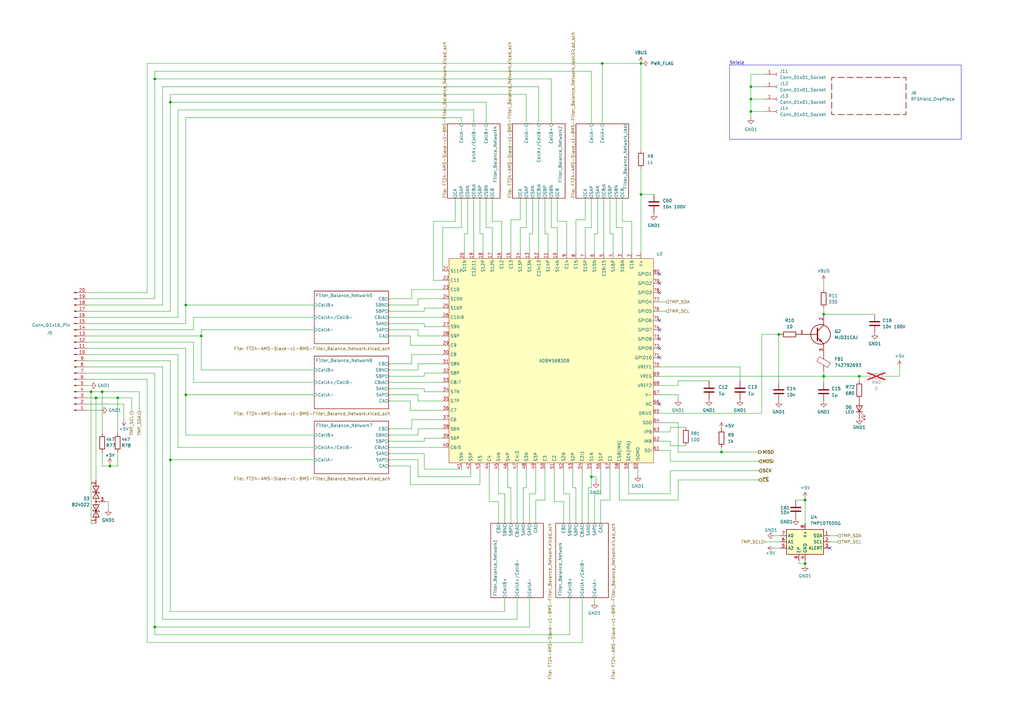
<source format=kicad_sch>
(kicad_sch
	(version 20231120)
	(generator "eeschema")
	(generator_version "8.0")
	(uuid "eac0d246-42a5-4809-bf96-35a1f983d6b7")
	(paper "A3")
	
	(junction
		(at 242.57 195.58)
		(diameter 0)
		(color 0 0 0 0)
		(uuid "096be5ab-205f-44e0-9eeb-c45aac32d5d3")
	)
	(junction
		(at 295.91 185.42)
		(diameter 0)
		(color 0 0 0 0)
		(uuid "0d8dbc29-fe9f-4536-a72b-deec428df85c")
	)
	(junction
		(at 63.5 32.385)
		(diameter 0)
		(color 0 0 0 0)
		(uuid "0f2c6c63-071d-421d-8909-f7ed474499e7")
	)
	(junction
		(at 337.82 154.305)
		(diameter 0)
		(color 0 0 0 0)
		(uuid "202db443-201a-4445-a857-16a98726a67d")
	)
	(junction
		(at 307.975 45.72)
		(diameter 0)
		(color 0 0 0 0)
		(uuid "22f4ba61-f158-4b6f-b7de-bff71fe2def0")
	)
	(junction
		(at 45.085 191.135)
		(diameter 0)
		(color 0 0 0 0)
		(uuid "31629103-75c7-4b50-ae67-02116bff9ca0")
	)
	(junction
		(at 307.975 35.56)
		(diameter 0)
		(color 0 0 0 0)
		(uuid "5400b3e4-f5fe-4782-8e74-dca7a040ef8d")
	)
	(junction
		(at 337.82 128.905)
		(diameter 0)
		(color 0 0 0 0)
		(uuid "553006ad-7aa1-4196-9ae7-f0b1d22c3158")
	)
	(junction
		(at 41.91 160.655)
		(diameter 0)
		(color 0 0 0 0)
		(uuid "5beb9cb7-954d-4e9f-993d-66bb22d85dc9")
	)
	(junction
		(at 69.85 41.91)
		(diameter 0)
		(color 0 0 0 0)
		(uuid "60ef8c2a-4007-486b-a127-a543c04ca9c5")
	)
	(junction
		(at 48.26 163.195)
		(diameter 0)
		(color 0 0 0 0)
		(uuid "637fc04e-ce79-46b1-bab0-cd9e531a18ba")
	)
	(junction
		(at 82.55 137.795)
		(diameter 0)
		(color 0 0 0 0)
		(uuid "6d7c6ef9-7032-4660-924b-e2bc79ce346e")
	)
	(junction
		(at 262.89 26.035)
		(diameter 0)
		(color 0 0 0 0)
		(uuid "72094521-3424-47fe-ab2f-638ff3b2c5ee")
	)
	(junction
		(at 69.85 188.595)
		(diameter 0)
		(color 0 0 0 0)
		(uuid "760855f8-bfb2-49d3-b8e6-27abb2969460")
	)
	(junction
		(at 37.338 160.655)
		(diameter 0)
		(color 0 0 0 0)
		(uuid "87709abf-e7f2-4d3f-9f92-e55e7a68b6ca")
	)
	(junction
		(at 262.89 79.756)
		(diameter 0)
		(color 0 0 0 0)
		(uuid "a21a5916-dc20-49f5-9ab0-0ed25eb49de7")
	)
	(junction
		(at 319.405 137.16)
		(diameter 0)
		(color 0 0 0 0)
		(uuid "ba49ef91-c819-44e1-8cda-271d072703bd")
	)
	(junction
		(at 330.2 231.14)
		(diameter 0)
		(color 0 0 0 0)
		(uuid "bd86a15e-9e36-4cbb-b41e-eebf523eb17a")
	)
	(junction
		(at 330.2 205.105)
		(diameter 0)
		(color 0 0 0 0)
		(uuid "c236d13c-30f0-4e49-afb1-61293c1fae9a")
	)
	(junction
		(at 352.425 154.305)
		(diameter 0)
		(color 0 0 0 0)
		(uuid "cc7dc35b-cd7d-428c-bda0-5dae558ab49b")
	)
	(junction
		(at 76.2 125.095)
		(diameter 0)
		(color 0 0 0 0)
		(uuid "ce5c8738-912a-4ace-ae43-89c08e65f9f6")
	)
	(junction
		(at 307.975 40.64)
		(diameter 0)
		(color 0 0 0 0)
		(uuid "d26f25ae-a0ac-43ac-8c62-59cc9c052ed0")
	)
	(junction
		(at 247.015 26.035)
		(diameter 0)
		(color 0 0 0 0)
		(uuid "d4ed4d14-77ad-4a9e-a442-c9bcc6ef1f94")
	)
	(junction
		(at 76.2 161.925)
		(diameter 0)
		(color 0 0 0 0)
		(uuid "d745227a-5ab3-4b8a-afee-f786acd75af0")
	)
	(junction
		(at 63.5 257.175)
		(diameter 0)
		(color 0 0 0 0)
		(uuid "f007c606-5994-47aa-aa5f-4e9c2aa770e8")
	)
	(junction
		(at 39.37 163.195)
		(diameter 0)
		(color 0 0 0 0)
		(uuid "f4fd4e4f-5d1f-4e84-99e9-f2df63eb7192")
	)
	(no_connect
		(at 270.51 142.875)
		(uuid "19af836c-8598-47b8-9852-49451234b6e2")
	)
	(no_connect
		(at 340.36 224.79)
		(uuid "4756a64e-5cb5-4dd0-addc-4ba93bbe256f")
	)
	(no_connect
		(at 270.51 116.205)
		(uuid "6192f4ee-0d9f-4b46-9ddb-50fa4d19b228")
	)
	(no_connect
		(at 270.51 139.065)
		(uuid "62f0fff8-f4a9-4617-9d25-15f740d9594d")
	)
	(no_connect
		(at 270.51 131.445)
		(uuid "67a3e94c-02ef-4a20-8695-d2b8ec7493c9")
	)
	(no_connect
		(at 270.51 146.685)
		(uuid "98a78803-33c9-4b7b-8fce-9bdee28667d3")
	)
	(no_connect
		(at 270.51 120.015)
		(uuid "c01b0406-0364-4637-9fd3-c1f2ab302e40")
	)
	(no_connect
		(at 270.51 112.395)
		(uuid "e2c704b0-1be4-4d49-bea9-3e6612d6818c")
	)
	(no_connect
		(at 270.51 165.735)
		(uuid "ed9997fe-a79e-4e45-8721-bddff58dd41e")
	)
	(no_connect
		(at 270.51 135.255)
		(uuid "ff3b190c-0ca7-4ac9-b096-c320a0c97e66")
	)
	(wire
		(pts
			(xy 278.13 185.42) (xy 295.91 185.42)
		)
		(stroke
			(width 0)
			(type default)
		)
		(uuid "00255a43-a815-45e9-909e-a54f121112a8")
	)
	(wire
		(pts
			(xy 173.99 132.715) (xy 159.385 132.715)
		)
		(stroke
			(width 0)
			(type default)
		)
		(uuid "008d808c-67ec-47a6-82ce-7c35e3b8d705")
	)
	(wire
		(pts
			(xy 337.82 115.57) (xy 337.82 118.745)
		)
		(stroke
			(width 0)
			(type default)
		)
		(uuid "010490fc-3526-47aa-bf60-d108ab1e549b")
	)
	(wire
		(pts
			(xy 242.57 29.21) (xy 63.5 29.21)
		)
		(stroke
			(width 0)
			(type default)
		)
		(uuid "0324e866-787c-4e96-a40b-4cab8dd722f0")
	)
	(wire
		(pts
			(xy 76.2 142.875) (xy 76.2 161.925)
		)
		(stroke
			(width 0)
			(type default)
		)
		(uuid "052eeaf5-56bb-48df-9c81-130486fae3e0")
	)
	(wire
		(pts
			(xy 79.375 156.845) (xy 128.905 156.845)
		)
		(stroke
			(width 0)
			(type default)
		)
		(uuid "05ba9a54-e4a3-4170-a550-e66411a8062b")
	)
	(wire
		(pts
			(xy 236.22 200.025) (xy 236.22 214.63)
		)
		(stroke
			(width 0)
			(type default)
		)
		(uuid "05da1436-756c-468f-b2e1-099b916229ae")
	)
	(wire
		(pts
			(xy 66.675 150.495) (xy 66.675 254)
		)
		(stroke
			(width 0)
			(type default)
		)
		(uuid "05f26619-4dbb-47cf-9b54-1025610484b2")
	)
	(wire
		(pts
			(xy 204.47 205.74) (xy 204.47 214.63)
		)
		(stroke
			(width 0)
			(type default)
		)
		(uuid "06521639-e3f2-48a5-8783-b0b5bb573140")
	)
	(wire
		(pts
			(xy 303.53 156.21) (xy 303.53 150.495)
		)
		(stroke
			(width 0)
			(type default)
		)
		(uuid "078f7a19-9ba8-4173-89da-075a66442506")
	)
	(wire
		(pts
			(xy 171.45 151.765) (xy 159.385 151.765)
		)
		(stroke
			(width 0)
			(type default)
		)
		(uuid "079a9c35-a6ab-4fb4-96d2-c87d92c81bbb")
	)
	(wire
		(pts
			(xy 200.66 192.405) (xy 200.66 205.74)
		)
		(stroke
			(width 0)
			(type default)
		)
		(uuid "08cc9c98-9127-49c7-a5b4-bef60b276630")
	)
	(wire
		(pts
			(xy 69.85 41.91) (xy 69.85 127.635)
		)
		(stroke
			(width 0)
			(type default)
		)
		(uuid "08d19453-36b7-4fa9-913f-bc3f34d1bf91")
	)
	(wire
		(pts
			(xy 201.93 103.505) (xy 201.93 93.345)
		)
		(stroke
			(width 0)
			(type default)
		)
		(uuid "08f078f1-bb3a-4c47-bfc6-87e24788f2c3")
	)
	(wire
		(pts
			(xy 168.275 168.275) (xy 168.275 164.465)
		)
		(stroke
			(width 0)
			(type default)
		)
		(uuid "0929accc-3888-4edd-bf83-feb92b8e3977")
	)
	(wire
		(pts
			(xy 204.47 192.405) (xy 204.47 202.565)
		)
		(stroke
			(width 0)
			(type default)
		)
		(uuid "0b3f98b9-60a4-4d72-ae35-3e2e8f8164b7")
	)
	(wire
		(pts
			(xy 278.13 163.83) (xy 278.13 161.925)
		)
		(stroke
			(width 0)
			(type default)
		)
		(uuid "0c3d5dda-7856-41c4-a6da-4037df463fe9")
	)
	(wire
		(pts
			(xy 246.38 192.405) (xy 246.38 202.565)
		)
		(stroke
			(width 0)
			(type default)
		)
		(uuid "0ccc4b56-d16e-4ba8-bd9e-ab205585d38a")
	)
	(wire
		(pts
			(xy 227.33 192.405) (xy 227.33 205.74)
		)
		(stroke
			(width 0)
			(type default)
		)
		(uuid "0cf2cf5d-ca95-48e7-8cab-be03704a093d")
	)
	(wire
		(pts
			(xy 220.98 35.56) (xy 220.98 50.8)
		)
		(stroke
			(width 0)
			(type default)
		)
		(uuid "0e13e88e-42f2-4a19-90fd-ba7bf011cecd")
	)
	(wire
		(pts
			(xy 215.9 38.735) (xy 69.85 38.735)
		)
		(stroke
			(width 0)
			(type default)
		)
		(uuid "0f626c10-cbfb-45f3-a03b-436b04f09250")
	)
	(wire
		(pts
			(xy 240.03 93.345) (xy 242.57 93.345)
		)
		(stroke
			(width 0)
			(type default)
		)
		(uuid "101a6a28-2e8d-46c3-960f-05702f5854e2")
	)
	(wire
		(pts
			(xy 60.325 26.035) (xy 247.015 26.035)
		)
		(stroke
			(width 0)
			(type default)
		)
		(uuid "10da184e-ffc3-49bb-bf9a-0fbc3665c9d1")
	)
	(wire
		(pts
			(xy 278.13 158.115) (xy 278.13 156.21)
		)
		(stroke
			(width 0)
			(type default)
		)
		(uuid "10fdfe4d-0a7d-4fb2-8f23-b37ff7687a48")
	)
	(wire
		(pts
			(xy 194.31 45.085) (xy 194.31 50.8)
		)
		(stroke
			(width 0)
			(type default)
		)
		(uuid "118047c4-523b-4620-b2bb-9e13aa493f5a")
	)
	(wire
		(pts
			(xy 352.425 156.21) (xy 352.425 154.305)
		)
		(stroke
			(width 0)
			(type default)
		)
		(uuid "12700d6e-cb9f-4a38-bf92-3854f9bd57da")
	)
	(wire
		(pts
			(xy 327.66 229.87) (xy 327.66 231.14)
		)
		(stroke
			(width 0)
			(type default)
		)
		(uuid "13105448-0c06-4d1d-b7fd-19db99a280db")
	)
	(wire
		(pts
			(xy 217.17 103.505) (xy 217.17 95.885)
		)
		(stroke
			(width 0)
			(type default)
		)
		(uuid "1538cb4d-b373-40de-9b19-7923ca3c8843")
	)
	(wire
		(pts
			(xy 250.19 95.885) (xy 250.19 81.28)
		)
		(stroke
			(width 0)
			(type default)
		)
		(uuid "160a5a2b-2a84-497e-b7e7-b6c5c69e1cf4")
	)
	(wire
		(pts
			(xy 228.6 90.805) (xy 228.6 81.28)
		)
		(stroke
			(width 0)
			(type default)
		)
		(uuid "17a2bc9a-ce20-4fb6-8ee9-ba665ffc7e67")
	)
	(wire
		(pts
			(xy 274.955 180.975) (xy 274.955 182.88)
		)
		(stroke
			(width 0)
			(type default)
		)
		(uuid "1835563a-a198-4776-a441-1189b3ad7001")
	)
	(wire
		(pts
			(xy 228.6 103.505) (xy 228.6 93.345)
		)
		(stroke
			(width 0)
			(type default)
		)
		(uuid "1858ef84-09cb-47cb-81a0-b13dc9b4cb12")
	)
	(wire
		(pts
			(xy 53.975 163.195) (xy 53.975 168.91)
		)
		(stroke
			(width 0)
			(type default)
		)
		(uuid "1bce26f3-790b-491d-94f8-7f3d88a36381")
	)
	(wire
		(pts
			(xy 295.91 183.515) (xy 295.91 185.42)
		)
		(stroke
			(width 0)
			(type default)
		)
		(uuid "1c5496f2-94a3-4c0e-8dc1-23b255698d5a")
	)
	(wire
		(pts
			(xy 254 192.405) (xy 254 205.105)
		)
		(stroke
			(width 0)
			(type default)
		)
		(uuid "1dbeb6b5-a974-4d67-9e56-29e64d9ef083")
	)
	(wire
		(pts
			(xy 213.36 93.345) (xy 215.9 93.345)
		)
		(stroke
			(width 0)
			(type default)
		)
		(uuid "1eba2fff-c8f7-4a90-9fa6-33a13c4e0f7c")
	)
	(wire
		(pts
			(xy 213.36 90.17) (xy 213.36 81.28)
		)
		(stroke
			(width 0)
			(type default)
		)
		(uuid "208aee4d-01d9-4589-aed9-58fd24a91222")
	)
	(wire
		(pts
			(xy 35.56 160.655) (xy 37.338 160.655)
		)
		(stroke
			(width 0)
			(type default)
		)
		(uuid "2134ff47-4860-4197-9cc7-36079a4841dd")
	)
	(wire
		(pts
			(xy 171.45 149.225) (xy 171.45 151.765)
		)
		(stroke
			(width 0)
			(type default)
		)
		(uuid "23a640dc-c9d1-4c9b-bb23-b2fe048a1f9a")
	)
	(wire
		(pts
			(xy 255.27 90.805) (xy 255.27 81.28)
		)
		(stroke
			(width 0)
			(type default)
		)
		(uuid "2496f35d-b636-4289-b731-b493513c58bd")
	)
	(wire
		(pts
			(xy 35.56 153.035) (xy 63.5 153.035)
		)
		(stroke
			(width 0)
			(type default)
		)
		(uuid "256e227a-66f0-4a04-821c-55fb1b0552c8")
	)
	(wire
		(pts
			(xy 278.13 173.355) (xy 278.13 185.42)
		)
		(stroke
			(width 0)
			(type default)
		)
		(uuid "25736ec7-e913-4bd3-b4fe-48d4eacc7432")
	)
	(wire
		(pts
			(xy 82.55 151.765) (xy 128.905 151.765)
		)
		(stroke
			(width 0)
			(type default)
		)
		(uuid "266d3f49-2a90-4932-aeb8-d591b3509d73")
	)
	(wire
		(pts
			(xy 173.99 186.055) (xy 159.385 186.055)
		)
		(stroke
			(width 0)
			(type default)
		)
		(uuid "2722feb4-8484-433c-ac84-df06ebd615a0")
	)
	(wire
		(pts
			(xy 208.28 200.025) (xy 209.55 200.025)
		)
		(stroke
			(width 0)
			(type default)
		)
		(uuid "28e79612-865c-4b25-ab3f-8f990e68e985")
	)
	(wire
		(pts
			(xy 190.5 95.885) (xy 191.77 95.885)
		)
		(stroke
			(width 0)
			(type default)
		)
		(uuid "28f1d100-0b26-4fe1-ad3e-0e6925c168b6")
	)
	(wire
		(pts
			(xy 241.3 200.025) (xy 241.3 214.63)
		)
		(stroke
			(width 0)
			(type default)
		)
		(uuid "298729c7-5de5-43e0-a2e8-a56cd1deb7d6")
	)
	(wire
		(pts
			(xy 270.51 154.305) (xy 337.82 154.305)
		)
		(stroke
			(width 0)
			(type default)
		)
		(uuid "29926190-cd87-4027-a9d0-2c3aa03ddff9")
	)
	(wire
		(pts
			(xy 196.85 198.755) (xy 196.85 192.405)
		)
		(stroke
			(width 0)
			(type default)
		)
		(uuid "2a418ca6-d4c8-4451-a86f-be2d5aafa62d")
	)
	(wire
		(pts
			(xy 35.56 127.635) (xy 69.85 127.635)
		)
		(stroke
			(width 0)
			(type default)
		)
		(uuid "2ade10ec-054e-4a66-9e6f-02e4a7b4edcc")
	)
	(wire
		(pts
			(xy 199.39 93.345) (xy 199.39 81.28)
		)
		(stroke
			(width 0)
			(type default)
		)
		(uuid "2c40c9e1-2d5c-437d-8222-d917c0f73d6d")
	)
	(wire
		(pts
			(xy 278.13 156.21) (xy 290.83 156.21)
		)
		(stroke
			(width 0)
			(type default)
		)
		(uuid "2d179081-72a5-4ad2-808b-3126ebfa0df9")
	)
	(wire
		(pts
			(xy 171.45 195.58) (xy 193.04 195.58)
		)
		(stroke
			(width 0)
			(type default)
		)
		(uuid "2d7972c1-83d9-4a9e-b1ea-cbd056ee1c4d")
	)
	(wire
		(pts
			(xy 189.23 93.345) (xy 189.23 81.28)
		)
		(stroke
			(width 0)
			(type default)
		)
		(uuid "2da3de93-8919-441d-b570-ab6f890d51a5")
	)
	(wire
		(pts
			(xy 41.91 191.135) (xy 45.085 191.135)
		)
		(stroke
			(width 0)
			(type default)
		)
		(uuid "2e20dee4-2558-48c9-818f-2650c325dbb9")
	)
	(wire
		(pts
			(xy 69.85 188.595) (xy 69.85 250.825)
		)
		(stroke
			(width 0)
			(type default)
		)
		(uuid "2e2cb3e0-867d-4a11-a78f-6cf7fd227971")
	)
	(wire
		(pts
			(xy 337.82 154.305) (xy 337.82 152.4)
		)
		(stroke
			(width 0)
			(type default)
		)
		(uuid "2e5b8642-bd65-4351-a674-b98612c3e13c")
	)
	(wire
		(pts
			(xy 177.8 114.935) (xy 181.61 114.935)
		)
		(stroke
			(width 0)
			(type default)
		)
		(uuid "2eed5cc0-01dd-4139-9a02-722622d5e5d9")
	)
	(wire
		(pts
			(xy 173.99 153.035) (xy 173.99 154.305)
		)
		(stroke
			(width 0)
			(type default)
		)
		(uuid "3028c1a1-6555-46ec-af43-752b85d59b80")
	)
	(wire
		(pts
			(xy 181.61 153.035) (xy 173.99 153.035)
		)
		(stroke
			(width 0)
			(type default)
		)
		(uuid "3099cd49-0f13-4873-a8b8-5c65799a0bbb")
	)
	(wire
		(pts
			(xy 307.975 35.56) (xy 307.975 40.64)
		)
		(stroke
			(width 0)
			(type default)
		)
		(uuid "3270f39b-dc87-46af-b448-ec4ea66bfe11")
	)
	(wire
		(pts
			(xy 274.955 177.165) (xy 274.955 175.26)
		)
		(stroke
			(width 0)
			(type default)
		)
		(uuid "327f2690-33b5-4eba-88b8-042736e21909")
	)
	(wire
		(pts
			(xy 226.06 32.385) (xy 226.06 50.8)
		)
		(stroke
			(width 0)
			(type default)
		)
		(uuid "352dca00-f612-404c-9aee-7559eca88348")
	)
	(wire
		(pts
			(xy 205.74 103.505) (xy 205.74 90.805)
		)
		(stroke
			(width 0)
			(type default)
		)
		(uuid "35abafd8-7600-48e1-a006-344d51b5b86b")
	)
	(wire
		(pts
			(xy 312.42 137.16) (xy 319.405 137.16)
		)
		(stroke
			(width 0)
			(type default)
		)
		(uuid "36081b0c-b9f1-4da4-ba9b-5ff517de8aac")
	)
	(wire
		(pts
			(xy 219.71 205.105) (xy 219.71 214.63)
		)
		(stroke
			(width 0)
			(type default)
		)
		(uuid "36dc707a-6edf-4af4-9f38-2d96c2565687")
	)
	(wire
		(pts
			(xy 35.56 132.715) (xy 76.2 132.715)
		)
		(stroke
			(width 0)
			(type default)
		)
		(uuid "3b650c98-c2f5-46c6-a630-fcd243207196")
	)
	(wire
		(pts
			(xy 63.5 29.21) (xy 63.5 32.385)
		)
		(stroke
			(width 0)
			(type default)
		)
		(uuid "3c4774f3-31ad-4490-a457-7d288d3fae38")
	)
	(wire
		(pts
			(xy 242.57 192.405) (xy 242.57 195.58)
		)
		(stroke
			(width 0)
			(type default)
		)
		(uuid "3c96a60a-29f1-4fc1-b0d5-d9429ea6f66f")
	)
	(wire
		(pts
			(xy 76.2 132.715) (xy 76.2 125.095)
		)
		(stroke
			(width 0)
			(type default)
		)
		(uuid "3d00879d-c79d-4cc9-b384-73f8d70a15e7")
	)
	(wire
		(pts
			(xy 209.55 103.505) (xy 209.55 90.17)
		)
		(stroke
			(width 0)
			(type default)
		)
		(uuid "3d210227-0b1b-476e-8df2-4c6f03d71e69")
	)
	(wire
		(pts
			(xy 198.12 95.885) (xy 196.85 95.885)
		)
		(stroke
			(width 0)
			(type default)
		)
		(uuid "3d76f98a-fe69-4e1a-bf2d-2828b39575cc")
	)
	(wire
		(pts
			(xy 215.9 93.345) (xy 215.9 81.28)
		)
		(stroke
			(width 0)
			(type default)
		)
		(uuid "3dc92b08-777b-4dd7-8218-97d94775452b")
	)
	(wire
		(pts
			(xy 278.13 161.925) (xy 270.51 161.925)
		)
		(stroke
			(width 0)
			(type default)
		)
		(uuid "3e65c949-c326-497e-ba7f-33a3b6ed63e1")
	)
	(wire
		(pts
			(xy 317.5 219.71) (xy 320.04 219.71)
		)
		(stroke
			(width 0)
			(type default)
		)
		(uuid "3f18d100-0eaa-442c-a77b-81e612cc0888")
	)
	(wire
		(pts
			(xy 307.975 45.72) (xy 307.975 48.26)
		)
		(stroke
			(width 0)
			(type default)
		)
		(uuid "40676544-4108-4bd1-a6b5-5a9b5a8488c6")
	)
	(wire
		(pts
			(xy 270.51 180.975) (xy 274.955 180.975)
		)
		(stroke
			(width 0)
			(type default)
		)
		(uuid "41481b99-e757-45b2-8890-05483ee95c62")
	)
	(wire
		(pts
			(xy 69.85 147.955) (xy 69.85 188.595)
		)
		(stroke
			(width 0)
			(type default)
		)
		(uuid "416207d5-dd78-4826-86e6-a3ce6d7e0a17")
	)
	(wire
		(pts
			(xy 228.6 93.345) (xy 226.06 93.345)
		)
		(stroke
			(width 0)
			(type default)
		)
		(uuid "4214e354-f498-4aa2-81a8-b8f640423872")
	)
	(wire
		(pts
			(xy 35.56 147.955) (xy 69.85 147.955)
		)
		(stroke
			(width 0)
			(type default)
		)
		(uuid "43366df5-90eb-4430-80f0-00c8d1cdb9e1")
	)
	(wire
		(pts
			(xy 35.56 150.495) (xy 66.675 150.495)
		)
		(stroke
			(width 0)
			(type default)
		)
		(uuid "43df2782-4357-4b78-ac08-58097d9bae1c")
	)
	(wire
		(pts
			(xy 128.905 161.925) (xy 76.2 161.925)
		)
		(stroke
			(width 0)
			(type default)
		)
		(uuid "445cb2fa-3c8f-4f82-91a5-8338250b7d5e")
	)
	(wire
		(pts
			(xy 212.09 192.405) (xy 212.09 214.63)
		)
		(stroke
			(width 0)
			(type default)
		)
		(uuid "4565d147-bb00-45e4-969f-3c74e8904a7e")
	)
	(wire
		(pts
			(xy 242.57 93.345) (xy 242.57 81.28)
		)
		(stroke
			(width 0)
			(type default)
		)
		(uuid "45bb3f18-d34c-4913-8fdc-35562cd8f8f2")
	)
	(wire
		(pts
			(xy 205.74 90.805) (xy 201.93 90.805)
		)
		(stroke
			(width 0)
			(type default)
		)
		(uuid "45f39163-004b-443c-8b27-0f7d073ce7d0")
	)
	(wire
		(pts
			(xy 181.61 149.225) (xy 171.45 149.225)
		)
		(stroke
			(width 0)
			(type default)
		)
		(uuid "46449e47-ada7-45e3-95e7-cf160b5ff53b")
	)
	(wire
		(pts
			(xy 268.224 79.756) (xy 262.89 79.756)
		)
		(stroke
			(width 0)
			(type default)
		)
		(uuid "47315762-e4c0-47f8-8457-23cba802a9f4")
	)
	(wire
		(pts
			(xy 181.61 168.275) (xy 168.275 168.275)
		)
		(stroke
			(width 0)
			(type default)
		)
		(uuid "485287b5-cf91-4335-b71e-867f4c1e4943")
	)
	(wire
		(pts
			(xy 37.338 160.528) (xy 37.338 160.655)
		)
		(stroke
			(width 0)
			(type default)
		)
		(uuid "48565339-a589-4caf-a3e4-93432d7b62fb")
	)
	(wire
		(pts
			(xy 60.325 120.015) (xy 60.325 26.035)
		)
		(stroke
			(width 0)
			(type default)
		)
		(uuid "4a4ffa5c-e09c-446f-88c8-d275881a7bff")
	)
	(wire
		(pts
			(xy 242.57 29.21) (xy 242.57 50.8)
		)
		(stroke
			(width 0)
			(type default)
		)
		(uuid "4b107ddf-c5ad-4b8f-832a-6461a5245a1c")
	)
	(wire
		(pts
			(xy 330.2 229.87) (xy 330.2 231.14)
		)
		(stroke
			(width 0)
			(type default)
		)
		(uuid "4b2cae69-2e09-4d4f-abb3-ae94257f90a3")
	)
	(wire
		(pts
			(xy 168.91 122.555) (xy 159.385 122.555)
		)
		(stroke
			(width 0)
			(type default)
		)
		(uuid "4ba35802-a33b-4d94-915f-5393b2404def")
	)
	(wire
		(pts
			(xy 171.45 178.435) (xy 159.385 178.435)
		)
		(stroke
			(width 0)
			(type default)
		)
		(uuid "4bc21db2-efd6-4ae3-a148-c87f743fc7ac")
	)
	(wire
		(pts
			(xy 240.03 90.17) (xy 240.03 81.28)
		)
		(stroke
			(width 0)
			(type default)
		)
		(uuid "4c15c7c5-e65d-4275-8ec8-bdc48c965933")
	)
	(wire
		(pts
			(xy 337.82 128.905) (xy 337.82 129.54)
		)
		(stroke
			(width 0)
			(type default)
		)
		(uuid "4c99331b-2cdf-4b09-9e10-d412580388a8")
	)
	(wire
		(pts
			(xy 181.61 160.655) (xy 173.99 160.655)
		)
		(stroke
			(width 0)
			(type default)
		)
		(uuid "4d6f25f1-513e-4f80-97a8-016d0d743d91")
	)
	(wire
		(pts
			(xy 252.73 93.345) (xy 252.73 81.28)
		)
		(stroke
			(width 0)
			(type default)
		)
		(uuid "4dc0f6c1-7040-476d-ab30-adcfccdd06fe")
	)
	(wire
		(pts
			(xy 254 205.105) (xy 278.13 205.105)
		)
		(stroke
			(width 0)
			(type default)
		)
		(uuid "4e24853a-a6c9-45ec-aea4-db7841c27f58")
	)
	(wire
		(pts
			(xy 270.51 177.165) (xy 274.955 177.165)
		)
		(stroke
			(width 0)
			(type default)
		)
		(uuid "4e52d0fc-683d-4176-b984-732f176b0e2a")
	)
	(wire
		(pts
			(xy 224.79 95.885) (xy 223.52 95.885)
		)
		(stroke
			(width 0)
			(type default)
		)
		(uuid "4efdc2bb-5477-4ac3-b8c1-be966f10d664")
	)
	(wire
		(pts
			(xy 41.91 160.655) (xy 57.15 160.655)
		)
		(stroke
			(width 0)
			(type default)
		)
		(uuid "4f672824-9a3d-4433-9922-d600fca0115b")
	)
	(wire
		(pts
			(xy 234.95 200.025) (xy 236.22 200.025)
		)
		(stroke
			(width 0)
			(type default)
		)
		(uuid "513fe935-b68f-4a46-872d-9e0f89ec20d3")
	)
	(wire
		(pts
			(xy 330.2 204.47) (xy 330.2 205.105)
		)
		(stroke
			(width 0)
			(type default)
		)
		(uuid "516b250e-b951-4469-bfdb-f4048ce77755")
	)
	(wire
		(pts
			(xy 307.975 30.48) (xy 313.69 30.48)
		)
		(stroke
			(width 0)
			(type default)
		)
		(uuid "51e8c550-e8a9-4659-bf25-72137960bb6c")
	)
	(wire
		(pts
			(xy 243.84 103.505) (xy 243.84 95.885)
		)
		(stroke
			(width 0)
			(type default)
		)
		(uuid "53619c88-5cad-495c-b6ab-dee531b99193")
	)
	(wire
		(pts
			(xy 73.025 183.515) (xy 128.905 183.515)
		)
		(stroke
			(width 0)
			(type default)
		)
		(uuid "552761f7-d013-4566-bf9f-344f69e5e62c")
	)
	(wire
		(pts
			(xy 35.56 145.415) (xy 73.025 145.415)
		)
		(stroke
			(width 0)
			(type default)
		)
		(uuid "55636b3c-3b4e-451b-96dc-e2207ee6bec2")
	)
	(wire
		(pts
			(xy 189.23 48.26) (xy 76.2 48.26)
		)
		(stroke
			(width 0)
			(type default)
		)
		(uuid "58e5ea1c-4b7f-46ca-adff-45e974c9be22")
	)
	(wire
		(pts
			(xy 171.45 125.095) (xy 159.385 125.095)
		)
		(stroke
			(width 0)
			(type default)
		)
		(uuid "59ed641a-1548-426a-80ce-a1d870b783b1")
	)
	(wire
		(pts
			(xy 257.81 192.405) (xy 257.81 202.565)
		)
		(stroke
			(width 0)
			(type default)
		)
		(uuid "5a73d565-201a-4a96-8b12-b2c90e358651")
	)
	(wire
		(pts
			(xy 63.5 122.555) (xy 63.5 32.385)
		)
		(stroke
			(width 0)
			(type default)
		)
		(uuid "5a8b1e54-da4e-4cd2-84fc-91af22663738")
	)
	(wire
		(pts
			(xy 251.46 95.885) (xy 250.19 95.885)
		)
		(stroke
			(width 0)
			(type default)
		)
		(uuid "5af58689-3732-4393-a631-ba8d4ad90fa6")
	)
	(wire
		(pts
			(xy 313.69 35.56) (xy 307.975 35.56)
		)
		(stroke
			(width 0)
			(type default)
		)
		(uuid "5b6b27d3-444d-4acd-ba36-7397b3d6d288")
	)
	(wire
		(pts
			(xy 352.425 154.305) (xy 355.6 154.305)
		)
		(stroke
			(width 0)
			(type default)
		)
		(uuid "5b7da52b-73f9-41b9-a81f-a1c3c9db312d")
	)
	(wire
		(pts
			(xy 303.53 150.495) (xy 270.51 150.495)
		)
		(stroke
			(width 0)
			(type default)
		)
		(uuid "5b9a789e-28e4-4e87-9b13-d44d36d537ea")
	)
	(wire
		(pts
			(xy 66.675 254) (xy 212.09 254)
		)
		(stroke
			(width 0)
			(type default)
		)
		(uuid "5ca096ca-cc8d-467c-afb1-365ce4d84996")
	)
	(wire
		(pts
			(xy 37.338 214.63) (xy 39.37 214.63)
		)
		(stroke
			(width 0)
			(type default)
		)
		(uuid "5d7c213a-8f80-475d-83d0-d3de02de5482")
	)
	(wire
		(pts
			(xy 330.2 231.14) (xy 330.2 231.775)
		)
		(stroke
			(width 0)
			(type default)
		)
		(uuid "5e4d5e54-a769-4dd7-9b22-e1f48da35475")
	)
	(wire
		(pts
			(xy 219.71 192.405) (xy 219.71 202.565)
		)
		(stroke
			(width 0)
			(type default)
		)
		(uuid "5f74546c-a356-4629-90c3-ab8d4703120b")
	)
	(wire
		(pts
			(xy 215.9 192.405) (xy 215.9 200.025)
		)
		(stroke
			(width 0)
			(type default)
		)
		(uuid "60f5cca6-3226-4e2c-861b-a0a4b8850abc")
	)
	(wire
		(pts
			(xy 243.84 95.885) (xy 245.11 95.885)
		)
		(stroke
			(width 0)
			(type default)
		)
		(uuid "615bb8e2-2cd3-4864-84ab-39835ebbd38e")
	)
	(wire
		(pts
			(xy 82.55 137.795) (xy 82.55 151.765)
		)
		(stroke
			(width 0)
			(type default)
		)
		(uuid "618c4a15-5b6e-4dd2-aa67-d529dab355a1")
	)
	(wire
		(pts
			(xy 168.275 191.135) (xy 159.385 191.135)
		)
		(stroke
			(width 0)
			(type default)
		)
		(uuid "62e3c0db-0bb4-425a-b508-ade01c2d5aa3")
	)
	(wire
		(pts
			(xy 251.46 103.505) (xy 251.46 95.885)
		)
		(stroke
			(width 0)
			(type default)
		)
		(uuid "63b403eb-b2fd-40a5-82f2-45aaad4760a7")
	)
	(wire
		(pts
			(xy 245.11 95.885) (xy 245.11 81.28)
		)
		(stroke
			(width 0)
			(type default)
		)
		(uuid "64351803-7416-46f4-b737-8ca28e46cb2d")
	)
	(wire
		(pts
			(xy 73.025 45.085) (xy 194.31 45.085)
		)
		(stroke
			(width 0)
			(type default)
		)
		(uuid "64d99d38-f0de-4f69-a18c-42442b564436")
	)
	(wire
		(pts
			(xy 48.26 163.195) (xy 53.975 163.195)
		)
		(stroke
			(width 0)
			(type default)
		)
		(uuid "651f0e81-efe7-4491-bc79-7484192702f1")
	)
	(wire
		(pts
			(xy 319.405 156.845) (xy 319.405 137.16)
		)
		(stroke
			(width 0)
			(type default)
		)
		(uuid "6652b004-5bf0-43aa-ac54-629b2daeed13")
	)
	(wire
		(pts
			(xy 255.27 93.345) (xy 252.73 93.345)
		)
		(stroke
			(width 0)
			(type default)
		)
		(uuid "679201ba-e87d-480c-87ae-c1bc498fffc6")
	)
	(wire
		(pts
			(xy 186.69 90.805) (xy 177.8 90.805)
		)
		(stroke
			(width 0)
			(type default)
		)
		(uuid "68761bfe-a323-4ad6-8715-05b4020d4569")
	)
	(wire
		(pts
			(xy 50.8 172.085) (xy 50.8 165.735)
		)
		(stroke
			(width 0)
			(type default)
		)
		(uuid "6c089f32-6900-43f8-8aed-af771042e49f")
	)
	(wire
		(pts
			(xy 313.69 222.25) (xy 320.04 222.25)
		)
		(stroke
			(width 0)
			(type default)
		)
		(uuid "6da8cd3b-dae3-4b12-8c47-a06643a42041")
	)
	(wire
		(pts
			(xy 231.14 192.405) (xy 231.14 202.565)
		)
		(stroke
			(width 0)
			(type default)
		)
		(uuid "6e572d36-4434-4f07-9ee7-beb3113a5cd5")
	)
	(wire
		(pts
			(xy 186.69 81.28) (xy 186.69 90.805)
		)
		(stroke
			(width 0)
			(type default)
		)
		(uuid "7018cdbd-e31a-4112-954e-8c4f799de4d2")
	)
	(wire
		(pts
			(xy 238.76 192.405) (xy 238.76 214.63)
		)
		(stroke
			(width 0)
			(type default)
		)
		(uuid "71c6a1d9-99f4-4b5a-9f41-1a6dfa456551")
	)
	(wire
		(pts
			(xy 181.61 122.555) (xy 171.45 122.555)
		)
		(stroke
			(width 0)
			(type default)
		)
		(uuid "71dfbd81-da21-4d27-9d14-12605172c9e3")
	)
	(wire
		(pts
			(xy 199.39 41.91) (xy 199.39 50.8)
		)
		(stroke
			(width 0)
			(type default)
		)
		(uuid "72a176dd-184f-47b1-99a3-2e26b9f648e2")
	)
	(wire
		(pts
			(xy 212.09 254) (xy 212.09 245.11)
		)
		(stroke
			(width 0)
			(type default)
		)
		(uuid "7320934a-637b-408b-8deb-6892273567f3")
	)
	(wire
		(pts
			(xy 233.68 202.565) (xy 233.68 214.63)
		)
		(stroke
			(width 0)
			(type default)
		)
		(uuid "73e7d14c-df69-4dda-b3a4-3e2c9457b860")
	)
	(wire
		(pts
			(xy 207.01 250.825) (xy 207.01 245.11)
		)
		(stroke
			(width 0)
			(type default)
		)
		(uuid "75c8b57a-3f8c-4dc3-b161-e53db34035ea")
	)
	(wire
		(pts
			(xy 171.45 175.895) (xy 171.45 178.435)
		)
		(stroke
			(width 0)
			(type default)
		)
		(uuid "76825878-a204-4ec3-a1d4-dfdd419764c5")
	)
	(wire
		(pts
			(xy 242.57 200.025) (xy 241.3 200.025)
		)
		(stroke
			(width 0)
			(type default)
		)
		(uuid "7691864b-f7cf-42c2-bbe2-f03e40e76619")
	)
	(wire
		(pts
			(xy 79.375 130.175) (xy 128.905 130.175)
		)
		(stroke
			(width 0)
			(type default)
		)
		(uuid "7789173c-5ea3-49e7-921e-f380691d38a1")
	)
	(wire
		(pts
			(xy 224.79 103.505) (xy 224.79 95.885)
		)
		(stroke
			(width 0)
			(type default)
		)
		(uuid "7841ea3d-b476-46bf-aeea-e57654e901df")
	)
	(wire
		(pts
			(xy 327.66 231.14) (xy 330.2 231.14)
		)
		(stroke
			(width 0)
			(type default)
		)
		(uuid "78d2c0a4-36bf-400b-9f3b-30f29df154f6")
	)
	(wire
		(pts
			(xy 181.61 93.345) (xy 189.23 93.345)
		)
		(stroke
			(width 0)
			(type default)
		)
		(uuid "799beb59-7647-422f-b93a-d4de1f9955d5")
	)
	(wire
		(pts
			(xy 236.22 90.17) (xy 240.03 90.17)
		)
		(stroke
			(width 0)
			(type default)
		)
		(uuid "79e48a76-5805-4d35-94ff-b9b4a664b6d3")
	)
	(wire
		(pts
			(xy 232.41 90.805) (xy 228.6 90.805)
		)
		(stroke
			(width 0)
			(type default)
		)
		(uuid "7a0a8db4-0da6-409a-bb17-1bfdfb303998")
	)
	(wire
		(pts
			(xy 60.325 263.525) (xy 238.76 263.525)
		)
		(stroke
			(width 0)
			(type default)
		)
		(uuid "7a2491a9-a504-48f6-9a5b-31e108f58926")
	)
	(wire
		(pts
			(xy 35.56 142.875) (xy 76.2 142.875)
		)
		(stroke
			(width 0)
			(type default)
		)
		(uuid "7b8c3a83-78ad-487d-8d38-bd8d9a7c9448")
	)
	(wire
		(pts
			(xy 215.9 200.025) (xy 214.63 200.025)
		)
		(stroke
			(width 0)
			(type default)
		)
		(uuid "7b8fcced-b471-434a-bd97-bd099b1369e8")
	)
	(wire
		(pts
			(xy 250.19 192.405) (xy 250.19 205.105)
		)
		(stroke
			(width 0)
			(type default)
		)
		(uuid "7c0b1453-6330-4253-b607-eb53d554dada")
	)
	(wire
		(pts
			(xy 233.68 245.11) (xy 233.68 260.35)
		)
		(stroke
			(width 0)
			(type default)
		)
		(uuid "7c34acae-6b26-4765-a09e-5edd876b94ed")
	)
	(wire
		(pts
			(xy 189.23 50.8) (xy 189.23 48.26)
		)
		(stroke
			(width 0)
			(type default)
		)
		(uuid "7c9b9fa7-281d-4e68-9eaf-f8bf57bbd29f")
	)
	(wire
		(pts
			(xy 259.08 103.505) (xy 259.08 90.805)
		)
		(stroke
			(width 0)
			(type default)
		)
		(uuid "7ca148fd-b585-4b97-b55c-5570a6a9167b")
	)
	(wire
		(pts
			(xy 261.62 192.405) (xy 261.62 194.945)
		)
		(stroke
			(width 0)
			(type default)
		)
		(uuid "7cd46c5b-fc49-4b9f-999c-83a2221184de")
	)
	(wire
		(pts
			(xy 73.025 145.415) (xy 73.025 183.515)
		)
		(stroke
			(width 0)
			(type default)
		)
		(uuid "7cebdb4b-5088-4b51-8123-0b44e29c8cc0")
	)
	(wire
		(pts
			(xy 340.36 219.71) (xy 343.535 219.71)
		)
		(stroke
			(width 0)
			(type default)
		)
		(uuid "7cf493c0-4692-4ae7-a02f-f889a8a2d47b")
	)
	(wire
		(pts
			(xy 173.99 179.705) (xy 173.99 180.975)
		)
		(stroke
			(width 0)
			(type default)
		)
		(uuid "7e99223f-f06f-49a0-b0e5-b5bd8ebeee0a")
	)
	(wire
		(pts
			(xy 337.82 154.305) (xy 352.425 154.305)
		)
		(stroke
			(width 0)
			(type default)
		)
		(uuid "7eb535ab-a9ea-4c20-90e2-2a8cdf4c7667")
	)
	(wire
		(pts
			(xy 36.83 158.115) (xy 35.56 158.115)
		)
		(stroke
			(width 0)
			(type default)
		)
		(uuid "7f64db40-a7a1-480f-90e0-4ddc1f8ff3f6")
	)
	(wire
		(pts
			(xy 255.27 103.505) (xy 255.27 93.345)
		)
		(stroke
			(width 0)
			(type default)
		)
		(uuid "7fd092df-dace-40d2-91d0-2b7d9b1f2213")
	)
	(wire
		(pts
			(xy 217.17 95.885) (xy 218.44 95.885)
		)
		(stroke
			(width 0)
			(type default)
		)
		(uuid "801eb32a-bdd0-4e57-9152-0558893ed283")
	)
	(wire
		(pts
			(xy 181.61 126.365) (xy 173.99 126.365)
		)
		(stroke
			(width 0)
			(type default)
		)
		(uuid "816f72bf-8328-4218-843c-f39d6ac8531f")
	)
	(wire
		(pts
			(xy 242.57 195.58) (xy 242.57 200.025)
		)
		(stroke
			(width 0)
			(type default)
		)
		(uuid "82aa6cd9-be34-488a-adda-a28e066679ac")
	)
	(wire
		(pts
			(xy 307.975 45.72) (xy 313.69 45.72)
		)
		(stroke
			(width 0)
			(type default)
		)
		(uuid "82b7cae8-b3dc-4eb0-8bd5-2cdbbcb32c3f")
	)
	(wire
		(pts
			(xy 63.5 260.35) (xy 233.68 260.35)
		)
		(stroke
			(width 0)
			(type default)
		)
		(uuid "8414b847-96e6-49d7-9ea2-09427e322896")
	)
	(wire
		(pts
			(xy 35.56 155.575) (xy 60.325 155.575)
		)
		(stroke
			(width 0)
			(type default)
		)
		(uuid "844c2777-5fa3-4760-b9f8-ff14e93ab664")
	)
	(wire
		(pts
			(xy 35.56 120.015) (xy 60.325 120.015)
		)
		(stroke
			(width 0)
			(type default)
		)
		(uuid "850db97f-bf1f-4fac-85d9-c67d4b7e8c53")
	)
	(wire
		(pts
			(xy 270.51 158.115) (xy 278.13 158.115)
		)
		(stroke
			(width 0)
			(type default)
		)
		(uuid "855c7769-47c2-4a8b-965a-8427e88f1cbe")
	)
	(wire
		(pts
			(xy 35.56 137.795) (xy 82.55 137.795)
		)
		(stroke
			(width 0)
			(type default)
		)
		(uuid "87137837-80af-4d4f-8d7b-ed8e70021155")
	)
	(wire
		(pts
			(xy 190.5 103.505) (xy 190.5 95.885)
		)
		(stroke
			(width 0)
			(type default)
		)
		(uuid "87438b62-bacb-475d-9634-d1087acea76d")
	)
	(wire
		(pts
			(xy 76.2 125.095) (xy 128.905 125.095)
		)
		(stroke
			(width 0)
			(type default)
		)
		(uuid "8780c817-dba7-4890-a8da-c2f4e7f40075")
	)
	(wire
		(pts
			(xy 76.2 161.925) (xy 76.2 178.435)
		)
		(stroke
			(width 0)
			(type default)
		)
		(uuid "89af2062-5a47-4903-a768-8a49a5bf289f")
	)
	(wire
		(pts
			(xy 37.338 160.655) (xy 41.91 160.655)
		)
		(stroke
			(width 0)
			(type default)
		)
		(uuid "8a343dc3-2004-4201-80cd-aa13cd78380d")
	)
	(wire
		(pts
			(xy 317.5 224.79) (xy 320.04 224.79)
		)
		(stroke
			(width 0)
			(type default)
		)
		(uuid "8aa6b0d5-635c-4120-9f83-995cd4a2a9ca")
	)
	(wire
		(pts
			(xy 209.55 90.17) (xy 213.36 90.17)
		)
		(stroke
			(width 0)
			(type default)
		)
		(uuid "8b1ba6e8-0e6d-4f06-9468-69dddd2b7b67")
	)
	(wire
		(pts
			(xy 48.26 191.135) (xy 48.26 185.42)
		)
		(stroke
			(width 0)
			(type default)
		)
		(uuid "8d145abc-c4d5-404a-9185-4c54463eb4fc")
	)
	(wire
		(pts
			(xy 307.975 30.48) (xy 307.975 35.56)
		)
		(stroke
			(width 0)
			(type default)
		)
		(uuid "8f0858d5-7477-4cc3-ad6f-b5c4738ba03b")
	)
	(wire
		(pts
			(xy 213.36 103.505) (xy 213.36 93.345)
		)
		(stroke
			(width 0)
			(type default)
		)
		(uuid "8f85d74b-b27f-488f-bc1a-7acb28ac9510")
	)
	(wire
		(pts
			(xy 35.56 135.255) (xy 79.375 135.255)
		)
		(stroke
			(width 0)
			(type default)
		)
		(uuid "8fe8f525-3dc5-4767-9662-f9e63612d6ac")
	)
	(wire
		(pts
			(xy 201.93 93.345) (xy 199.39 93.345)
		)
		(stroke
			(width 0)
			(type default)
		)
		(uuid "8fe92047-74da-45a9-8f0d-cad271393855")
	)
	(wire
		(pts
			(xy 201.93 90.805) (xy 201.93 81.28)
		)
		(stroke
			(width 0)
			(type default)
		)
		(uuid "9025465d-9f34-4bed-bd38-1a1e23d5d966")
	)
	(wire
		(pts
			(xy 330.2 205.105) (xy 330.2 214.63)
		)
		(stroke
			(width 0)
			(type default)
		)
		(uuid "91ada01e-11c1-4be6-99c9-cb8a2b8f1888")
	)
	(wire
		(pts
			(xy 168.91 118.745) (xy 168.91 122.555)
		)
		(stroke
			(width 0)
			(type default)
		)
		(uuid "9200cf6a-4a6a-4725-bca1-cfa3a60d9ae3")
	)
	(wire
		(pts
			(xy 177.8 90.805) (xy 177.8 114.935)
		)
		(stroke
			(width 0)
			(type default)
		)
		(uuid "925993e4-1906-48b2-a3f1-c2b55ed9f426")
	)
	(wire
		(pts
			(xy 274.955 182.88) (xy 281.305 182.88)
		)
		(stroke
			(width 0)
			(type default)
		)
		(uuid "92671911-6189-48dd-823a-d0876dc00526")
	)
	(wire
		(pts
			(xy 35.56 130.175) (xy 73.025 130.175)
		)
		(stroke
			(width 0)
			(type default)
		)
		(uuid "934d9540-4677-48e9-a8c8-0151dadb764b")
	)
	(wire
		(pts
			(xy 231.14 205.74) (xy 231.14 214.63)
		)
		(stroke
			(width 0)
			(type default)
		)
		(uuid "950b4417-a7ad-497c-84dd-18e8f56ce616")
	)
	(wire
		(pts
			(xy 173.99 126.365) (xy 173.99 127.635)
		)
		(stroke
			(width 0)
			(type default)
		)
		(uuid "96bb0ebd-2583-4090-81a7-057982102c88")
	)
	(wire
		(pts
			(xy 159.385 183.515) (xy 181.61 183.515)
		)
		(stroke
			(width 0)
			(type default)
		)
		(uuid "96fc7afd-726e-4dee-a2b7-19eca909f3df")
	)
	(wire
		(pts
			(xy 243.84 245.11) (xy 243.84 247.015)
		)
		(stroke
			(width 0)
			(type default)
		)
		(uuid "9726e451-beba-4438-a767-260db4b0746b")
	)
	(wire
		(pts
			(xy 193.04 195.58) (xy 193.04 192.405)
		)
		(stroke
			(width 0)
			(type default)
		)
		(uuid "97ea4762-3d11-4783-927a-1824632b6bad")
	)
	(wire
		(pts
			(xy 76.2 48.26) (xy 76.2 125.095)
		)
		(stroke
			(width 0)
			(type default)
		)
		(uuid "98a5d9a5-9766-4ba8-b3bc-8717fb7d6bb2")
	)
	(wire
		(pts
			(xy 181.61 118.745) (xy 168.91 118.745)
		)
		(stroke
			(width 0)
			(type default)
		)
		(uuid "98f30d1b-f9d2-4ee1-b9ca-27d6c4bdf57e")
	)
	(wire
		(pts
			(xy 128.905 135.255) (xy 82.55 135.255)
		)
		(stroke
			(width 0)
			(type default)
		)
		(uuid "99d73adb-ed9d-4871-b4ac-bc02c8f8d350")
	)
	(wire
		(pts
			(xy 220.98 81.28) (xy 220.98 103.505)
		)
		(stroke
			(width 0)
			(type default)
		)
		(uuid "9a148fab-05a8-4772-8edb-16fc5d639b8b")
	)
	(wire
		(pts
			(xy 35.56 140.335) (xy 79.375 140.335)
		)
		(stroke
			(width 0)
			(type default)
		)
		(uuid "9a3ec5ea-42fd-4e7b-8054-3f1ce994e1d0")
	)
	(wire
		(pts
			(xy 181.61 164.465) (xy 171.45 164.465)
		)
		(stroke
			(width 0)
			(type default)
		)
		(uuid "9aa6b101-f14e-4ea3-95cc-b1a82f168534")
	)
	(wire
		(pts
			(xy 168.275 141.605) (xy 168.275 137.795)
		)
		(stroke
			(width 0)
			(type default)
		)
		(uuid "9cc35e62-b08b-4129-9f46-f6ae5c2abd45")
	)
	(wire
		(pts
			(xy 173.99 154.305) (xy 159.385 154.305)
		)
		(stroke
			(width 0)
			(type default)
		)
		(uuid "9dfbc37b-88be-4b8f-ba04-0817ba5d6c46")
	)
	(wire
		(pts
			(xy 217.17 202.565) (xy 217.17 214.63)
		)
		(stroke
			(width 0)
			(type default)
		)
		(uuid "9e8f43dc-c034-416b-9a9d-d3cb8e307af0")
	)
	(wire
		(pts
			(xy 363.22 154.305) (xy 368.935 154.305)
		)
		(stroke
			(width 0)
			(type default)
		)
		(uuid "9ea9a117-ad89-4bf7-b7a4-cb61e7e1262a")
	)
	(wire
		(pts
			(xy 246.38 202.565) (xy 243.84 202.565)
		)
		(stroke
			(width 0)
			(type default)
		)
		(uuid "9f272d72-c90e-42e3-8933-b21da066c032")
	)
	(wire
		(pts
			(xy 198.12 103.505) (xy 198.12 95.885)
		)
		(stroke
			(width 0)
			(type default)
		)
		(uuid "9f9fab9e-3882-4e0a-a57c-83ea99d5249d")
	)
	(wire
		(pts
			(xy 69.85 41.91) (xy 199.39 41.91)
		)
		(stroke
			(width 0)
			(type default)
		)
		(uuid "9fb4472a-4983-4302-b551-4876cbf725e1")
	)
	(wire
		(pts
			(xy 247.65 81.28) (xy 247.65 103.505)
		)
		(stroke
			(width 0)
			(type default)
		)
		(uuid "9fb76b7f-78da-4535-8411-95790040721e")
	)
	(wire
		(pts
			(xy 79.375 135.255) (xy 79.375 130.175)
		)
		(stroke
			(width 0)
			(type default)
		)
		(uuid "a032f796-ed46-4ff7-b222-55f27bcf570a")
	)
	(wire
		(pts
			(xy 50.8 165.735) (xy 35.56 165.735)
		)
		(stroke
			(width 0)
			(type default)
		)
		(uuid "a19006a7-fabe-47dc-bb51-6dbcb52ef12d")
	)
	(wire
		(pts
			(xy 231.14 202.565) (xy 233.68 202.565)
		)
		(stroke
			(width 0)
			(type default)
		)
		(uuid "a1ce06ef-103f-4782-a594-6d2bce7bc489")
	)
	(wire
		(pts
			(xy 268.224 87.376) (xy 268.224 87.63)
		)
		(stroke
			(width 0)
			(type default)
		)
		(uuid "a3309b3d-37a9-4d7e-8a2f-1749dcbd70d4")
	)
	(wire
		(pts
			(xy 181.61 133.985) (xy 173.99 133.985)
		)
		(stroke
			(width 0)
			(type default)
		)
		(uuid "a3a8ba79-67f8-44e2-ba67-2466107c0f2a")
	)
	(wire
		(pts
			(xy 238.76 245.11) (xy 238.76 263.525)
		)
		(stroke
			(width 0)
			(type default)
		)
		(uuid "a51143a5-0269-43fe-b1f7-03fa660ab6b5")
	)
	(wire
		(pts
			(xy 270.51 127.635) (xy 273.05 127.635)
		)
		(stroke
			(width 0)
			(type default)
		)
		(uuid "a5f17086-f9ab-4fb9-8d07-c25df35eba37")
	)
	(wire
		(pts
			(xy 82.55 135.255) (xy 82.55 137.795)
		)
		(stroke
			(width 0)
			(type default)
		)
		(uuid "a62c7ee9-1904-4b47-944e-0f391b8a9d88")
	)
	(wire
		(pts
			(xy 168.275 164.465) (xy 159.385 164.465)
		)
		(stroke
			(width 0)
			(type default)
		)
		(uuid "a6987a0c-3008-4d0b-8dfa-5d2eea933aef")
	)
	(wire
		(pts
			(xy 358.775 128.905) (xy 337.82 128.905)
		)
		(stroke
			(width 0)
			(type default)
		)
		(uuid "a69ef0a6-a197-4577-9fa3-57070272c05b")
	)
	(wire
		(pts
			(xy 223.52 192.405) (xy 223.52 205.105)
		)
		(stroke
			(width 0)
			(type default)
		)
		(uuid "a6bf7e4a-1790-490b-8730-e3a18c80386d")
	)
	(wire
		(pts
			(xy 39.37 163.195) (xy 48.26 163.195)
		)
		(stroke
			(width 0)
			(type default)
		)
		(uuid "a8f1a652-9567-40bb-98e3-efbb2fc230a7")
	)
	(wire
		(pts
			(xy 76.2 178.435) (xy 128.905 178.435)
		)
		(stroke
			(width 0)
			(type default)
		)
		(uuid "a99e45ee-e67b-4836-bbdc-8376b79d3172")
	)
	(wire
		(pts
			(xy 223.52 95.885) (xy 223.52 81.28)
		)
		(stroke
			(width 0)
			(type default)
		)
		(uuid "acf926d7-4834-4e7d-8406-d49351e8effc")
	)
	(wire
		(pts
			(xy 43.18 205.74) (xy 44.45 205.74)
		)
		(stroke
			(width 0)
			(type default)
		)
		(uuid "af51f4f0-fc7e-403f-b3e9-2cac27f9a118")
	)
	(wire
		(pts
			(xy 173.99 180.975) (xy 159.385 180.975)
		)
		(stroke
			(width 0)
			(type default)
		)
		(uuid "afaeac6e-05ec-4888-ba6b-57a9a8c55493")
	)
	(wire
		(pts
			(xy 35.56 122.555) (xy 63.5 122.555)
		)
		(stroke
			(width 0)
			(type default)
		)
		(uuid "b09b25f5-fd64-487a-ac77-fa6bb27956f7")
	)
	(wire
		(pts
			(xy 159.385 156.845) (xy 181.61 156.845)
		)
		(stroke
			(width 0)
			(type default)
		)
		(uuid "b26a0bd9-1872-4f37-b1e8-60e0a5dacce1")
	)
	(wire
		(pts
			(xy 63.5 32.385) (xy 226.06 32.385)
		)
		(stroke
			(width 0)
			(type default)
		)
		(uuid "b2cbcce2-43ea-4dfd-8ada-4c65acc99126")
	)
	(wire
		(pts
			(xy 171.45 161.925) (xy 159.385 161.925)
		)
		(stroke
			(width 0)
			(type default)
		)
		(uuid "b32ea25f-84eb-401b-a802-eceddcee6076")
	)
	(wire
		(pts
			(xy 270.51 123.825) (xy 273.05 123.825)
		)
		(stroke
			(width 0)
			(type default)
		)
		(uuid "b398b0c3-2eda-4fce-9547-cc3a1f5d29d8")
	)
	(wire
		(pts
			(xy 226.06 93.345) (xy 226.06 81.28)
		)
		(stroke
			(width 0)
			(type default)
		)
		(uuid "b3e2253f-225e-46c4-8aa7-0891b4664bc9")
	)
	(wire
		(pts
			(xy 41.275 168.275) (xy 35.56 168.275)
		)
		(stroke
			(width 0)
			(type default)
		)
		(uuid "b4495312-69b1-4586-8aba-7ec35d178681")
	)
	(wire
		(pts
			(xy 204.47 202.565) (xy 207.01 202.565)
		)
		(stroke
			(width 0)
			(type default)
		)
		(uuid "b5e5be9f-92d0-45c6-a271-d18836530888")
	)
	(wire
		(pts
			(xy 191.77 95.885) (xy 191.77 81.28)
		)
		(stroke
			(width 0)
			(type default)
		)
		(uuid "b63eefa3-ac9e-4d19-a9a9-66bae76fc730")
	)
	(wire
		(pts
			(xy 39.37 196.85) (xy 39.37 163.195)
		)
		(stroke
			(width 0)
			(type default)
		)
		(uuid "b7bf26c8-80f1-4b23-8ae8-b3a87483363e")
	)
	(wire
		(pts
			(xy 45.085 191.135) (xy 45.085 190.5)
		)
		(stroke
			(width 0)
			(type default)
		)
		(uuid "b7c247dd-f21b-4e5b-8ebd-b023fef7a31b")
	)
	(wire
		(pts
			(xy 41.91 185.42) (xy 41.91 191.135)
		)
		(stroke
			(width 0)
			(type default)
		)
		(uuid "b7e54962-893b-435b-817b-17c1d8810b57")
	)
	(wire
		(pts
			(xy 257.81 202.565) (xy 274.955 202.565)
		)
		(stroke
			(width 0)
			(type default)
		)
		(uuid "b9ae531c-5551-4c15-a791-d066907cc9fa")
	)
	(wire
		(pts
			(xy 168.91 149.225) (xy 159.385 149.225)
		)
		(stroke
			(width 0)
			(type default)
		)
		(uuid "b9c1018b-a14a-462b-aae2-b5d59e945144")
	)
	(wire
		(pts
			(xy 45.085 191.135) (xy 48.26 191.135)
		)
		(stroke
			(width 0)
			(type default)
		)
		(uuid "b9f3bf31-a280-4175-8b4c-07443302e0fb")
	)
	(wire
		(pts
			(xy 278.13 196.85) (xy 311.15 196.85)
		)
		(stroke
			(width 0)
			(type default)
		)
		(uuid "bb3878db-a405-4743-aeaf-0b395fa6bd9a")
	)
	(wire
		(pts
			(xy 168.91 145.415) (xy 168.91 149.225)
		)
		(stroke
			(width 0)
			(type default)
		)
		(uuid "bb395ad1-fc6f-4cf5-9f27-b099f46662f5")
	)
	(wire
		(pts
			(xy 181.61 175.895) (xy 171.45 175.895)
		)
		(stroke
			(width 0)
			(type default)
		)
		(uuid "bb99c74b-26c1-468e-a961-7606d2236c8c")
	)
	(wire
		(pts
			(xy 66.675 35.56) (xy 220.98 35.56)
		)
		(stroke
			(width 0)
			(type default)
		)
		(uuid "bcc351b7-c5fd-40ff-a199-fb0c6244ce76")
	)
	(wire
		(pts
			(xy 35.56 163.195) (xy 39.37 163.195)
		)
		(stroke
			(width 0)
			(type default)
		)
		(uuid "bce0d3a8-669f-4e78-bb1d-8ac3d1447742")
	)
	(wire
		(pts
			(xy 69.85 188.595) (xy 128.905 188.595)
		)
		(stroke
			(width 0)
			(type default)
		)
		(uuid "bd31eacd-591c-482b-979a-4ad13e535c4c")
	)
	(wire
		(pts
			(xy 41.91 160.655) (xy 41.91 177.8)
		)
		(stroke
			(width 0)
			(type default)
		)
		(uuid "bd978875-45bd-4218-aca5-4522146a7937")
	)
	(wire
		(pts
			(xy 244.475 197.485) (xy 244.475 195.58)
		)
		(stroke
			(width 0)
			(type default)
		)
		(uuid "be109a13-a72b-4ef1-b9d7-f2c48666038b")
	)
	(wire
		(pts
			(xy 209.55 200.025) (xy 209.55 214.63)
		)
		(stroke
			(width 0)
			(type default)
		)
		(uuid "be4b8632-5d0e-499e-a6b5-2df31d0f8005")
	)
	(wire
		(pts
			(xy 218.44 95.885) (xy 218.44 81.28)
		)
		(stroke
			(width 0)
			(type default)
		)
		(uuid "be96e178-3cd5-4f9b-b85c-506401389f4c")
	)
	(wire
		(pts
			(xy 168.275 198.755) (xy 196.85 198.755)
		)
		(stroke
			(width 0)
			(type default)
		)
		(uuid "be9e1e84-f537-4b2e-a47b-83b2f3465fe9")
	)
	(wire
		(pts
			(xy 236.22 103.505) (xy 236.22 90.17)
		)
		(stroke
			(width 0)
			(type default)
		)
		(uuid "bf543d61-54e1-4a5b-9f25-a88116bb4c3f")
	)
	(wire
		(pts
			(xy 69.85 38.735) (xy 69.85 41.91)
		)
		(stroke
			(width 0)
			(type default)
		)
		(uuid "c094df18-ddce-4ffb-9432-308768f47a18")
	)
	(wire
		(pts
			(xy 278.13 205.105) (xy 278.13 196.85)
		)
		(stroke
			(width 0)
			(type default)
		)
		(uuid "c13c1ae2-c824-4b1a-9770-a47bb6f6a3e0")
	)
	(wire
		(pts
			(xy 171.45 188.595) (xy 159.385 188.595)
		)
		(stroke
			(width 0)
			(type default)
		)
		(uuid "c318966f-7963-4457-bf29-e34cc53c0bad")
	)
	(wire
		(pts
			(xy 319.405 137.16) (xy 320.04 137.16)
		)
		(stroke
			(width 0)
			(type default)
		)
		(uuid "c34d96d8-b037-44b6-b56a-f2d2c608d615")
	)
	(wire
		(pts
			(xy 173.99 186.055) (xy 173.99 192.405)
		)
		(stroke
			(width 0)
			(type default)
		)
		(uuid "c41225b6-c266-4d6b-86e1-6f2e70c5ed16")
	)
	(wire
		(pts
			(xy 259.08 90.805) (xy 255.27 90.805)
		)
		(stroke
			(width 0)
			(type default)
		)
		(uuid "c45c08b4-d5e4-4240-9fd6-eecd8abb1960")
	)
	(wire
		(pts
			(xy 173.99 192.405) (xy 189.23 192.405)
		)
		(stroke
			(width 0)
			(type default)
		)
		(uuid "c5c5ce06-3bc9-4026-a3b0-b951deae8388")
	)
	(wire
		(pts
			(xy 232.41 103.505) (xy 232.41 90.805)
		)
		(stroke
			(width 0)
			(type default)
		)
		(uuid "c6d6745d-03ff-46c3-b0d6-f6db9cfa9a1b")
	)
	(wire
		(pts
			(xy 208.28 192.405) (xy 208.28 200.025)
		)
		(stroke
			(width 0)
			(type default)
		)
		(uuid "c84f8f3c-9839-4685-ba8e-f6356f5140f3")
	)
	(wire
		(pts
			(xy 171.45 188.595) (xy 171.45 195.58)
		)
		(stroke
			(width 0)
			(type default)
		)
		(uuid "c9ab3e1f-6cff-4758-a9c7-3a08c9dc330c")
	)
	(wire
		(pts
			(xy 274.955 175.26) (xy 281.305 175.26)
		)
		(stroke
			(width 0)
			(type default)
		)
		(uuid "c9f90f7d-ad48-43f5-9917-8c87210bbf8d")
	)
	(wire
		(pts
			(xy 227.33 205.74) (xy 231.14 205.74)
		)
		(stroke
			(width 0)
			(type default)
		)
		(uuid "ca76bf4c-d82f-4fdb-b390-dcdb68d75cce")
	)
	(wire
		(pts
			(xy 181.61 179.705) (xy 173.99 179.705)
		)
		(stroke
			(width 0)
			(type default)
		)
		(uuid "cabc0180-a8eb-4ad5-88c1-c06209abe30c")
	)
	(wire
		(pts
			(xy 57.15 160.655) (xy 57.15 168.91)
		)
		(stroke
			(width 0)
			(type default)
		)
		(uuid "cc1b529f-6093-42b2-80e4-b501a96e43aa")
	)
	(wire
		(pts
			(xy 69.85 250.825) (xy 207.01 250.825)
		)
		(stroke
			(width 0)
			(type default)
		)
		(uuid "cd255a7a-6dc2-4e91-85ce-ab148fcc8a75")
	)
	(wire
		(pts
			(xy 234.95 192.405) (xy 234.95 200.025)
		)
		(stroke
			(width 0)
			(type default)
		)
		(uuid "cdcb62e9-3430-4d92-b813-152630687979")
	)
	(wire
		(pts
			(xy 223.52 205.105) (xy 219.71 205.105)
		)
		(stroke
			(width 0)
			(type default)
		)
		(uuid "ce9433db-dce2-4f60-9926-bcc2a8d8896e")
	)
	(wire
		(pts
			(xy 247.015 26.035) (xy 262.89 26.035)
		)
		(stroke
			(width 0)
			(type default)
		)
		(uuid "cebfc01f-624e-4c78-b226-af6da06fe027")
	)
	(wire
		(pts
			(xy 181.61 137.795) (xy 171.45 137.795)
		)
		(stroke
			(width 0)
			(type default)
		)
		(uuid "cf58785f-2a3b-42bf-a05b-19fe8aa654cb")
	)
	(wire
		(pts
			(xy 73.025 130.175) (xy 73.025 45.085)
		)
		(stroke
			(width 0)
			(type default)
		)
		(uuid "d0c5c886-26f4-4bd8-b5bc-b259b5012392")
	)
	(wire
		(pts
			(xy 60.325 155.575) (xy 60.325 263.525)
		)
		(stroke
			(width 0)
			(type default)
		)
		(uuid "d10b5382-e3ef-4d9b-b567-f71862b7d09f")
	)
	(wire
		(pts
			(xy 35.56 125.095) (xy 66.675 125.095)
		)
		(stroke
			(width 0)
			(type default)
		)
		(uuid "d198a2e9-9481-47e8-b9d1-f2702c2dddfd")
	)
	(wire
		(pts
			(xy 37.338 160.655) (xy 37.338 214.63)
		)
		(stroke
			(width 0)
			(type default)
		)
		(uuid "d249a078-b87a-46a1-a52a-57bcf2707fca")
	)
	(wire
		(pts
			(xy 168.91 175.895) (xy 159.385 175.895)
		)
		(stroke
			(width 0)
			(type default)
		)
		(uuid "d30e885d-7f3b-4d5b-aa2a-d776604ffab4")
	)
	(wire
		(pts
			(xy 159.385 130.175) (xy 181.61 130.175)
		)
		(stroke
			(width 0)
			(type default)
		)
		(uuid "d31302b9-c768-4ea4-904a-3bd8c2100ff7")
	)
	(wire
		(pts
			(xy 247.015 26.035) (xy 247.015 50.8)
		)
		(stroke
			(width 0)
			(type default)
		)
		(uuid "d3527b29-7629-4711-8b7c-6e8212d379a1")
	)
	(wire
		(pts
			(xy 337.82 154.305) (xy 337.82 156.845)
		)
		(stroke
			(width 0)
			(type default)
		)
		(uuid "d382f724-092f-465c-bab0-75a2fcf1f69d")
	)
	(wire
		(pts
			(xy 171.45 122.555) (xy 171.45 125.095)
		)
		(stroke
			(width 0)
			(type default)
		)
		(uuid "d3e2d0c6-3095-4ebd-b797-4e4a3a2548bf")
	)
	(wire
		(pts
			(xy 219.71 202.565) (xy 217.17 202.565)
		)
		(stroke
			(width 0)
			(type default)
		)
		(uuid "d46a34cb-afe6-4061-9284-b093789fc3aa")
	)
	(wire
		(pts
			(xy 340.36 222.25) (xy 343.535 222.25)
		)
		(stroke
			(width 0)
			(type default)
		)
		(uuid "d4feae39-7ecc-4ceb-b0db-f76e5f6a6980")
	)
	(wire
		(pts
			(xy 63.5 153.035) (xy 63.5 257.175)
		)
		(stroke
			(width 0)
			(type default)
		)
		(uuid "d6354974-65b7-4517-9a99-3fc0fb175be3")
	)
	(wire
		(pts
			(xy 63.5 257.175) (xy 63.5 260.35)
		)
		(stroke
			(width 0)
			(type default)
		)
		(uuid "d66b998b-470d-47af-bc6d-8a24599c1103")
	)
	(wire
		(pts
			(xy 181.61 145.415) (xy 168.91 145.415)
		)
		(stroke
			(width 0)
			(type default)
		)
		(uuid "d67ca6d8-def4-4117-9d96-36b449972d96")
	)
	(wire
		(pts
			(xy 173.99 159.385) (xy 159.385 159.385)
		)
		(stroke
			(width 0)
			(type default)
		)
		(uuid "d6e6ab9f-daa4-43fe-ac8e-cb2587a7badf")
	)
	(wire
		(pts
			(xy 240.03 103.505) (xy 240.03 93.345)
		)
		(stroke
			(width 0)
			(type default)
		)
		(uuid "d774891e-a44e-46b4-b425-81bed4e8b690")
	)
	(wire
		(pts
			(xy 217.17 257.175) (xy 217.17 245.11)
		)
		(stroke
			(width 0)
			(type default)
		)
		(uuid "d79be354-b3ca-4ebd-a803-06a705a9e2c3")
	)
	(wire
		(pts
			(xy 171.45 135.255) (xy 159.385 135.255)
		)
		(stroke
			(width 0)
			(type default)
		)
		(uuid "d7d5b50f-0f71-4cba-a04a-f0b7b0c4caca")
	)
	(wire
		(pts
			(xy 312.42 137.16) (xy 312.42 169.545)
		)
		(stroke
			(width 0)
			(type default)
		)
		(uuid "d899cec7-a9d4-4490-8d7a-665084fb2336")
	)
	(wire
		(pts
			(xy 44.45 205.74) (xy 44.45 208.788)
		)
		(stroke
			(width 0)
			(type default)
		)
		(uuid "d939771d-10fd-4599-8e2b-dd33cf3fee18")
	)
	(wire
		(pts
			(xy 173.99 133.985) (xy 173.99 132.715)
		)
		(stroke
			(width 0)
			(type default)
		)
		(uuid "d991346c-7a36-4f3f-bb2e-cf5e53064055")
	)
	(wire
		(pts
			(xy 168.91 172.085) (xy 168.91 175.895)
		)
		(stroke
			(width 0)
			(type default)
		)
		(uuid "d9a36709-278c-4375-af16-81c979183ea3")
	)
	(wire
		(pts
			(xy 307.975 40.64) (xy 307.975 45.72)
		)
		(stroke
			(width 0)
			(type default)
		)
		(uuid "da89df47-669f-4bcb-9cfc-077d68cf0f5e")
	)
	(wire
		(pts
			(xy 274.955 189.23) (xy 274.955 184.785)
		)
		(stroke
			(width 0)
			(type default)
		)
		(uuid "da8c2601-503c-43ec-b983-7af704f469c6")
	)
	(wire
		(pts
			(xy 181.61 111.125) (xy 181.61 93.345)
		)
		(stroke
			(width 0)
			(type default)
		)
		(uuid "def64764-8b95-4f15-8400-c7aef18766ed")
	)
	(wire
		(pts
			(xy 207.01 202.565) (xy 207.01 214.63)
		)
		(stroke
			(width 0)
			(type default)
		)
		(uuid "df118001-5b0a-4307-a8c7-8c9a37896f98")
	)
	(wire
		(pts
			(xy 215.9 50.8) (xy 215.9 38.735)
		)
		(stroke
			(width 0)
			(type default)
		)
		(uuid "e016a4b8-6c90-4608-875b-2bcd0f49ddf7")
	)
	(wire
		(pts
			(xy 168.275 191.135) (xy 168.275 198.755)
		)
		(stroke
			(width 0)
			(type default)
		)
		(uuid "e03c03cc-696a-408c-9c02-3bc540e10c8e")
	)
	(wire
		(pts
			(xy 173.99 127.635) (xy 159.385 127.635)
		)
		(stroke
			(width 0)
			(type default)
		)
		(uuid "e18ad965-ebf3-4e8a-833d-a62d294c7a85")
	)
	(wire
		(pts
			(xy 48.26 177.8) (xy 48.26 163.195)
		)
		(stroke
			(width 0)
			(type default)
		)
		(uuid "e2183b82-483d-48d4-a24a-d0423292a310")
	)
	(wire
		(pts
			(xy 274.955 189.23) (xy 311.15 189.23)
		)
		(stroke
			(width 0)
			(type default)
		)
		(uuid "e3b9d926-0822-4e34-98b1-30bebd8a211e")
	)
	(wire
		(pts
			(xy 262.89 26.035) (xy 262.89 61.595)
		)
		(stroke
			(width 0)
			(type default)
		)
		(uuid "e3c7ddd3-7f5a-4662-a5c0-32a12f4e9fef")
	)
	(wire
		(pts
			(xy 79.375 140.335) (xy 79.375 156.845)
		)
		(stroke
			(width 0)
			(type default)
		)
		(uuid "e50be661-6460-4c44-a6cc-6f57b59c2dc2")
	)
	(wire
		(pts
			(xy 173.99 160.655) (xy 173.99 159.385)
		)
		(stroke
			(width 0)
			(type default)
		)
		(uuid "e5677066-fae8-4f09-bae6-db18ae7c78f0")
	)
	(wire
		(pts
			(xy 194.31 81.28) (xy 194.31 103.505)
		)
		(stroke
			(width 0)
			(type default)
		)
		(uuid "e67dcfc5-e7c9-4a99-9abc-222ca1a5a573")
	)
	(wire
		(pts
			(xy 270.51 173.355) (xy 278.13 173.355)
		)
		(stroke
			(width 0)
			(type default)
		)
		(uuid "e85d5a92-5ccd-4f31-8f16-6ae32963ac95")
	)
	(wire
		(pts
			(xy 368.935 150.495) (xy 368.935 154.305)
		)
		(stroke
			(width 0)
			(type default)
		)
		(uuid "ea3faf7b-9600-4630-a9a3-876ed730cc8b")
	)
	(wire
		(pts
			(xy 313.69 40.64) (xy 307.975 40.64)
		)
		(stroke
			(width 0)
			(type default)
		)
		(uuid "ea9404e1-6640-47dd-8375-27722c4934d3")
	)
	(wire
		(pts
			(xy 270.51 169.545) (xy 312.42 169.545)
		)
		(stroke
			(width 0)
			(type default)
		)
		(uuid "eb371f28-47bc-4377-8ece-3694abb05efe")
	)
	(wire
		(pts
			(xy 330.2 205.105) (xy 326.39 205.105)
		)
		(stroke
			(width 0)
			(type default)
		)
		(uuid "eb5d63d8-e7bc-4e40-888f-8f9b640fe58f")
	)
	(wire
		(pts
			(xy 274.955 193.04) (xy 311.15 193.04)
		)
		(stroke
			(width 0)
			(type default)
		)
		(uuid "eb8bd35e-12b5-4394-a9ab-5b781eff02ce")
	)
	(wire
		(pts
			(xy 262.89 69.215) (xy 262.89 79.756)
		)
		(stroke
			(width 0)
			(type default)
		)
		(uuid "ebf8ad08-df5a-45dd-b01f-8530fbda3f97")
	)
	(wire
		(pts
			(xy 171.45 164.465) (xy 171.45 161.925)
		)
		(stroke
			(width 0)
			(type default)
		)
		(uuid "ec208a24-2d05-4ffd-9cd4-20e181696b81")
	)
	(wire
		(pts
			(xy 274.955 184.785) (xy 270.51 184.785)
		)
		(stroke
			(width 0)
			(type default)
		)
		(uuid "eed2cf10-0d14-4739-8190-d3816c57954d")
	)
	(wire
		(pts
			(xy 262.89 79.756) (xy 262.89 103.505)
		)
		(stroke
			(width 0)
			(type default)
		)
		(uuid "f04cfd06-6005-429f-ad1b-6f1acc5961d8")
	)
	(wire
		(pts
			(xy 295.91 185.42) (xy 311.15 185.42)
		)
		(stroke
			(width 0)
			(type default)
		)
		(uuid "f15905b2-6c0e-4e58-a3c5-be03fc7e78c8")
	)
	(wire
		(pts
			(xy 196.85 95.885) (xy 196.85 81.28)
		)
		(stroke
			(width 0)
			(type default)
		)
		(uuid "f22b812d-dd16-4e47-a82b-32bc1a7462f2")
	)
	(wire
		(pts
			(xy 66.675 125.095) (xy 66.675 35.56)
		)
		(stroke
			(width 0)
			(type default)
		)
		(uuid "f324ff54-a46a-4360-8360-50703e53cab5")
	)
	(wire
		(pts
			(xy 250.19 205.105) (xy 246.38 205.105)
		)
		(stroke
			(width 0)
			(type default)
		)
		(uuid "f514a93d-a90b-42ff-826a-2ef8db47e158")
	)
	(wire
		(pts
			(xy 181.61 141.605) (xy 168.275 141.605)
		)
		(stroke
			(width 0)
			(type default)
		)
		(uuid "f5aecc57-568d-40ef-9982-d196079700b8")
	)
	(wire
		(pts
			(xy 171.45 137.795) (xy 171.45 135.255)
		)
		(stroke
			(width 0)
			(type default)
		)
		(uuid "f6c5a562-0395-44f6-a7f2-93e86fafaca6")
	)
	(wire
		(pts
			(xy 274.955 202.565) (xy 274.955 193.04)
		)
		(stroke
			(width 0)
			(type default)
		)
		(uuid "f6e25cac-f781-4689-a9d8-c60cae422f4c")
	)
	(wire
		(pts
			(xy 337.82 126.365) (xy 337.82 128.905)
		)
		(stroke
			(width 0)
			(type default)
		)
		(uuid "f87d80be-e615-49bd-b459-6e31e435123e")
	)
	(wire
		(pts
			(xy 243.84 202.565) (xy 243.84 214.63)
		)
		(stroke
			(width 0)
			(type default)
		)
		(uuid "f9bc527b-575e-45c9-a7a1-f426acab0b6d")
	)
	(wire
		(pts
			(xy 63.5 257.175) (xy 217.17 257.175)
		)
		(stroke
			(width 0)
			(type default)
		)
		(uuid "fb844b03-365a-4ccd-9449-e3eee2f90656")
	)
	(wire
		(pts
			(xy 244.475 195.58) (xy 242.57 195.58)
		)
		(stroke
			(width 0)
			(type default)
		)
		(uuid "fb8948e1-1e5b-4d8c-9b62-e27f67e0f1f0")
	)
	(wire
		(pts
			(xy 200.66 205.74) (xy 204.47 205.74)
		)
		(stroke
			(width 0)
			(type default)
		)
		(uuid "fca499b7-e2b0-4285-aa0e-2e453528c803")
	)
	(wire
		(pts
			(xy 168.275 137.795) (xy 159.385 137.795)
		)
		(stroke
			(width 0)
			(type default)
		)
		(uuid "fcae9409-a98c-4cc3-babc-dbb5984ee62d")
	)
	(wire
		(pts
			(xy 246.38 205.105) (xy 246.38 214.63)
		)
		(stroke
			(width 0)
			(type default)
		)
		(uuid "fd0511a5-b1dd-47c6-acf6-ae6b20acf7bb")
	)
	(wire
		(pts
			(xy 214.63 200.025) (xy 214.63 214.63)
		)
		(stroke
			(width 0)
			(type default)
		)
		(uuid "fed3ed42-b212-4fec-a514-def189447687")
	)
	(wire
		(pts
			(xy 181.61 172.085) (xy 168.91 172.085)
		)
		(stroke
			(width 0)
			(type default)
		)
		(uuid "fffcab21-2ec2-4714-af5c-ac4d5afb8ffb")
	)
	(rectangle
		(start 299.212 26.67)
		(end 394.208 57.15)
		(stroke
			(width 0)
			(type default)
		)
		(fill
			(type none)
		)
		(uuid 20a32677-c5a1-4a8c-a94c-33de8e1d2782)
	)
	(text "Shield"
		(exclude_from_sim no)
		(at 299.212 26.67 0)
		(effects
			(font
				(size 1.27 1.27)
			)
			(justify left bottom)
		)
		(uuid "55b75e36-390b-45e4-b7dc-fce43d613b5d")
	)
	(hierarchical_label "TMP_SCL"
		(shape input)
		(at 273.05 127.635 0)
		(fields_autoplaced yes)
		(effects
			(font
				(size 1.27 1.27)
			)
			(justify left)
		)
		(uuid "1a07208e-d6b6-4858-8e5f-b5f9b4a89066")
	)
	(hierarchical_label "TMP_SDA"
		(shape input)
		(at 273.05 123.825 0)
		(fields_autoplaced yes)
		(effects
			(font
				(size 1.27 1.27)
			)
			(justify left)
		)
		(uuid "1aa37e09-fd9e-4155-860a-0d6c152b41b9")
	)
	(hierarchical_label "MISO"
		(shape output)
		(at 311.15 185.42 0)
		(fields_autoplaced yes)
		(effects
			(font
				(size 1.27 1.27)
				(bold yes)
			)
			(justify left)
		)
		(uuid "233f723f-6dee-4c49-b683-bb04e616e4a0")
	)
	(hierarchical_label "TMP_SCL"
		(shape output)
		(at 53.975 168.91 270)
		(fields_autoplaced yes)
		(effects
			(font
				(size 1.27 1.27)
			)
			(justify right)
		)
		(uuid "32330e13-65c1-4656-a01d-40c89e02db9b")
	)
	(hierarchical_label "MOSI"
		(shape input)
		(at 311.15 189.23 0)
		(fields_autoplaced yes)
		(effects
			(font
				(size 1.27 1.27)
				(bold yes)
			)
			(justify left)
		)
		(uuid "4fd0443f-c001-4950-a51d-f3f0016d003b")
	)
	(hierarchical_label "TMP_SDA"
		(shape output)
		(at 57.15 168.91 270)
		(fields_autoplaced yes)
		(effects
			(font
				(size 1.27 1.27)
			)
			(justify right)
		)
		(uuid "5c48b651-a39a-47c3-a1b7-66be6580d66e")
	)
	(hierarchical_label "TMP_SCL"
		(shape input)
		(at 313.69 222.25 180)
		(fields_autoplaced yes)
		(effects
			(font
				(size 1.27 1.27)
			)
			(justify right)
		)
		(uuid "63e8205b-2423-498b-837a-f3aa07843d2c")
	)
	(hierarchical_label "SCK"
		(shape input)
		(at 311.15 193.04 0)
		(fields_autoplaced yes)
		(effects
			(font
				(size 1.27 1.27)
				(bold yes)
			)
			(justify left)
		)
		(uuid "70baa129-ecec-4e1f-b3d2-08f3978efb8f")
	)
	(hierarchical_label "TMP_SDA"
		(shape input)
		(at 343.535 219.71 0)
		(fields_autoplaced yes)
		(effects
			(font
				(size 1.27 1.27)
			)
			(justify left)
		)
		(uuid "7e43fd5b-eef1-493d-9b21-99e52422bb66")
	)
	(hierarchical_label "~{CS}"
		(shape input)
		(at 311.15 196.85 0)
		(fields_autoplaced yes)
		(effects
			(font
				(size 1.27 1.27)
				(bold yes)
			)
			(justify left)
		)
		(uuid "cff249fc-f836-4f50-9d11-3f01650e38ab")
	)
	(hierarchical_label "TMP_SCL"
		(shape input)
		(at 343.535 222.25 0)
		(fields_autoplaced yes)
		(effects
			(font
				(size 1.27 1.27)
			)
			(justify left)
		)
		(uuid "fa9cf6dd-0662-4159-9bf6-c0ef0b861d8e")
	)
	(symbol
		(lib_id "Device:R")
		(at 262.89 65.405 0)
		(unit 1)
		(exclude_from_sim no)
		(in_bom yes)
		(on_board yes)
		(dnp no)
		(fields_autoplaced yes)
		(uuid "005fd3b6-2935-4078-94b8-42e49805486a")
		(property "Reference" "R8"
			(at 265.43 64.135 0)
			(effects
				(font
					(size 1.27 1.27)
				)
				(justify left)
			)
		)
		(property "Value" "1k"
			(at 265.43 66.675 0)
			(effects
				(font
					(size 1.27 1.27)
				)
				(justify left)
			)
		)
		(property "Footprint" "Resistor_SMD:R_0603_1608Metric"
			(at 261.112 65.405 90)
			(effects
				(font
					(size 1.27 1.27)
				)
				(hide yes)
			)
		)
		(property "Datasheet" "~"
			(at 262.89 65.405 0)
			(effects
				(font
					(size 1.27 1.27)
				)
				(hide yes)
			)
		)
		(property "Description" ""
			(at 262.89 65.405 0)
			(effects
				(font
					(size 1.27 1.27)
				)
				(hide yes)
			)
		)
		(pin "1"
			(uuid "8f3386f1-4640-439f-b9bb-ec63c33bc421")
		)
		(pin "2"
			(uuid "e532cab3-ebdd-49ba-ba6c-430ab8b1330b")
		)
		(instances
			(project "FT24-AMS_Slave-v5"
				(path "/f1f942ea-b2d2-457f-a907-d9ac22420c38/2536baa4-823e-48c2-9277-701b260ef4ec"
					(reference "R8")
					(unit 1)
				)
			)
		)
	)
	(symbol
		(lib_id "power:GND1")
		(at 358.775 136.525 0)
		(unit 1)
		(exclude_from_sim no)
		(in_bom yes)
		(on_board yes)
		(dnp no)
		(fields_autoplaced yes)
		(uuid "010f4301-fef5-449e-a27f-73d0b3e58eec")
		(property "Reference" "#PWR049"
			(at 358.775 142.875 0)
			(effects
				(font
					(size 1.27 1.27)
				)
				(hide yes)
			)
		)
		(property "Value" "GND1"
			(at 358.775 140.97 0)
			(effects
				(font
					(size 1.27 1.27)
				)
			)
		)
		(property "Footprint" ""
			(at 358.775 136.525 0)
			(effects
				(font
					(size 1.27 1.27)
				)
				(hide yes)
			)
		)
		(property "Datasheet" ""
			(at 358.775 136.525 0)
			(effects
				(font
					(size 1.27 1.27)
				)
				(hide yes)
			)
		)
		(property "Description" ""
			(at 358.775 136.525 0)
			(effects
				(font
					(size 1.27 1.27)
				)
				(hide yes)
			)
		)
		(pin "1"
			(uuid "97df8301-2dfc-4fc7-8ab7-b64d4958be1d")
		)
		(instances
			(project "FT24-AMS_Slave-v5"
				(path "/f1f942ea-b2d2-457f-a907-d9ac22420c38/2536baa4-823e-48c2-9277-701b260ef4ec"
					(reference "#PWR049")
					(unit 1)
				)
			)
		)
	)
	(symbol
		(lib_id "Device:C")
		(at 337.82 160.655 0)
		(unit 1)
		(exclude_from_sim no)
		(in_bom yes)
		(on_board yes)
		(dnp no)
		(fields_autoplaced yes)
		(uuid "06acce7d-a854-4d24-a76f-60779408c62d")
		(property "Reference" "C15"
			(at 340.995 159.385 0)
			(effects
				(font
					(size 1.27 1.27)
				)
				(justify left)
			)
		)
		(property "Value" "1µ"
			(at 340.995 161.925 0)
			(effects
				(font
					(size 1.27 1.27)
				)
				(justify left)
			)
		)
		(property "Footprint" "Capacitor_SMD:C_0603_1608Metric"
			(at 338.7852 164.465 0)
			(effects
				(font
					(size 1.27 1.27)
				)
				(hide yes)
			)
		)
		(property "Datasheet" "~"
			(at 337.82 160.655 0)
			(effects
				(font
					(size 1.27 1.27)
				)
				(hide yes)
			)
		)
		(property "Description" ""
			(at 337.82 160.655 0)
			(effects
				(font
					(size 1.27 1.27)
				)
				(hide yes)
			)
		)
		(pin "1"
			(uuid "cad4af3e-2036-4263-bd2e-f243cba0610c")
		)
		(pin "2"
			(uuid "33ad940b-10db-47df-b965-fe553fc90e58")
		)
		(instances
			(project "FT24-AMS_Slave-v5"
				(path "/f1f942ea-b2d2-457f-a907-d9ac22420c38/2536baa4-823e-48c2-9277-701b260ef4ec"
					(reference "C15")
					(unit 1)
				)
			)
		)
	)
	(symbol
		(lib_id "power:+5V")
		(at 295.91 175.895 0)
		(unit 1)
		(exclude_from_sim no)
		(in_bom yes)
		(on_board yes)
		(dnp no)
		(uuid "06bb8038-f8c8-4ec8-bdc9-fb6a68e5c225")
		(property "Reference" "#PWR043"
			(at 295.91 179.705 0)
			(effects
				(font
					(size 1.27 1.27)
				)
				(hide yes)
			)
		)
		(property "Value" "+5V"
			(at 299.085 174.625 0)
			(effects
				(font
					(size 1.27 1.27)
				)
			)
		)
		(property "Footprint" ""
			(at 295.91 175.895 0)
			(effects
				(font
					(size 1.27 1.27)
				)
				(hide yes)
			)
		)
		(property "Datasheet" ""
			(at 295.91 175.895 0)
			(effects
				(font
					(size 1.27 1.27)
				)
				(hide yes)
			)
		)
		(property "Description" ""
			(at 295.91 175.895 0)
			(effects
				(font
					(size 1.27 1.27)
				)
				(hide yes)
			)
		)
		(pin "1"
			(uuid "01c51675-d54f-4f64-b1f5-182161fb74b5")
		)
		(instances
			(project "FT24-AMS_Slave-v5"
				(path "/f1f942ea-b2d2-457f-a907-d9ac22420c38/2536baa4-823e-48c2-9277-701b260ef4ec"
					(reference "#PWR043")
					(unit 1)
				)
			)
		)
	)
	(symbol
		(lib_id "Device:C")
		(at 303.53 160.02 0)
		(unit 1)
		(exclude_from_sim no)
		(in_bom yes)
		(on_board yes)
		(dnp no)
		(fields_autoplaced yes)
		(uuid "088ea073-39c7-4f29-b3f9-1c093e3489fd")
		(property "Reference" "C13"
			(at 306.705 158.75 0)
			(effects
				(font
					(size 1.27 1.27)
				)
				(justify left)
			)
		)
		(property "Value" "1µ"
			(at 306.705 161.29 0)
			(effects
				(font
					(size 1.27 1.27)
				)
				(justify left)
			)
		)
		(property "Footprint" "Capacitor_SMD:C_0603_1608Metric"
			(at 304.4952 163.83 0)
			(effects
				(font
					(size 1.27 1.27)
				)
				(hide yes)
			)
		)
		(property "Datasheet" "~"
			(at 303.53 160.02 0)
			(effects
				(font
					(size 1.27 1.27)
				)
				(hide yes)
			)
		)
		(property "Description" ""
			(at 303.53 160.02 0)
			(effects
				(font
					(size 1.27 1.27)
				)
				(hide yes)
			)
		)
		(pin "1"
			(uuid "bc82f6cb-48c9-4fa9-89ee-6fadfa962418")
		)
		(pin "2"
			(uuid "d85136d8-8f10-467e-bd71-1370703ff587")
		)
		(instances
			(project "FT24-AMS_Slave-v5"
				(path "/f1f942ea-b2d2-457f-a907-d9ac22420c38/2536baa4-823e-48c2-9277-701b260ef4ec"
					(reference "C13")
					(unit 1)
				)
			)
		)
	)
	(symbol
		(lib_id "Device:C")
		(at 358.775 132.715 0)
		(unit 1)
		(exclude_from_sim no)
		(in_bom yes)
		(on_board yes)
		(dnp no)
		(fields_autoplaced yes)
		(uuid "0cdd32dc-7fd9-4c63-92c9-17ae0e8a0b4b")
		(property "Reference" "C16"
			(at 361.95 131.4449 0)
			(effects
				(font
					(size 1.27 1.27)
				)
				(justify left)
			)
		)
		(property "Value" "10n 100V"
			(at 361.95 133.9849 0)
			(effects
				(font
					(size 1.27 1.27)
				)
				(justify left)
			)
		)
		(property "Footprint" "Capacitor_SMD:C_0603_1608Metric"
			(at 359.7402 136.525 0)
			(effects
				(font
					(size 1.27 1.27)
				)
				(hide yes)
			)
		)
		(property "Datasheet" "~"
			(at 358.775 132.715 0)
			(effects
				(font
					(size 1.27 1.27)
				)
				(hide yes)
			)
		)
		(property "Description" ""
			(at 358.775 132.715 0)
			(effects
				(font
					(size 1.27 1.27)
				)
				(hide yes)
			)
		)
		(pin "1"
			(uuid "fe331859-1d8c-4faf-a53c-36dc430ce076")
		)
		(pin "2"
			(uuid "ad8f8172-344a-4b94-87ca-2b3c99710b4b")
		)
		(instances
			(project "FT24-AMS_Slave-v5"
				(path "/f1f942ea-b2d2-457f-a907-d9ac22420c38/2536baa4-823e-48c2-9277-701b260ef4ec"
					(reference "C16")
					(unit 1)
				)
			)
		)
	)
	(symbol
		(lib_id "Sensor_Temperature:TMP1075DSG")
		(at 330.2 222.25 0)
		(unit 1)
		(exclude_from_sim no)
		(in_bom yes)
		(on_board yes)
		(dnp no)
		(fields_autoplaced yes)
		(uuid "0e0156e8-aed5-4a91-ad32-f5a4ffad8800")
		(property "Reference" "U4"
			(at 332.3941 212.09 0)
			(effects
				(font
					(size 1.27 1.27)
				)
				(justify left)
			)
		)
		(property "Value" "TMP1075DSG"
			(at 332.3941 214.63 0)
			(effects
				(font
					(size 1.27 1.27)
				)
				(justify left)
			)
		)
		(property "Footprint" "Slave:SON50P200X200X80-9N"
			(at 332.105 228.6 0)
			(effects
				(font
					(size 1.27 1.27)
				)
				(hide yes)
			)
		)
		(property "Datasheet" "https://www.ti.com/lit/gpn/tmp1075"
			(at 330.2 222.25 0)
			(effects
				(font
					(size 1.27 1.27)
				)
				(hide yes)
			)
		)
		(property "Description" ""
			(at 330.2 222.25 0)
			(effects
				(font
					(size 1.27 1.27)
				)
				(hide yes)
			)
		)
		(pin "1"
			(uuid "53a3a3f7-5d4d-43c0-bc75-175e4a306596")
		)
		(pin "2"
			(uuid "a3d22d16-d151-42cf-b3bd-659783c69c7f")
		)
		(pin "3"
			(uuid "454e8fb7-56ac-4791-ae61-9305e47dc8f8")
		)
		(pin "4"
			(uuid "f7d4ba96-d197-4aa6-8fc8-4c33c7f9df4f")
		)
		(pin "5"
			(uuid "e3d639c5-0bc6-4d3d-b470-7412e9f03965")
		)
		(pin "6"
			(uuid "fe15c041-e481-4ad2-8737-8ec22b364946")
		)
		(pin "7"
			(uuid "a48e939d-d750-4232-a2b8-393f1c36d0d4")
		)
		(pin "8"
			(uuid "0372e45f-ab5b-4904-a937-18f82d4866ce")
		)
		(pin "9"
			(uuid "f411cff5-6c7f-4ef4-9045-790aea147194")
		)
		(instances
			(project "FT24-AMS_Slave-v5"
				(path "/f1f942ea-b2d2-457f-a907-d9ac22420c38/2536baa4-823e-48c2-9277-701b260ef4ec"
					(reference "U4")
					(unit 1)
				)
			)
		)
	)
	(symbol
		(lib_id "power:+5V")
		(at 368.935 150.495 0)
		(unit 1)
		(exclude_from_sim no)
		(in_bom yes)
		(on_board yes)
		(dnp no)
		(fields_autoplaced yes)
		(uuid "0e141baf-6714-41dc-9cbf-6e9078644fb6")
		(property "Reference" "#PWR050"
			(at 368.935 154.305 0)
			(effects
				(font
					(size 1.27 1.27)
				)
				(hide yes)
			)
		)
		(property "Value" "+5V"
			(at 368.935 146.05 0)
			(effects
				(font
					(size 1.27 1.27)
				)
			)
		)
		(property "Footprint" ""
			(at 368.935 150.495 0)
			(effects
				(font
					(size 1.27 1.27)
				)
				(hide yes)
			)
		)
		(property "Datasheet" ""
			(at 368.935 150.495 0)
			(effects
				(font
					(size 1.27 1.27)
				)
				(hide yes)
			)
		)
		(property "Description" ""
			(at 368.935 150.495 0)
			(effects
				(font
					(size 1.27 1.27)
				)
				(hide yes)
			)
		)
		(pin "1"
			(uuid "c8e92b73-8ddf-49a3-bb57-f659f45ed849")
		)
		(instances
			(project "FT24-AMS_Slave-v5"
				(path "/f1f942ea-b2d2-457f-a907-d9ac22420c38/2536baa4-823e-48c2-9277-701b260ef4ec"
					(reference "#PWR050")
					(unit 1)
				)
			)
		)
	)
	(symbol
		(lib_id "power:+5V")
		(at 45.085 190.5 0)
		(mirror y)
		(unit 1)
		(exclude_from_sim no)
		(in_bom yes)
		(on_board yes)
		(dnp no)
		(uuid "140d084f-a539-4ef3-9ef7-b923e6b45801")
		(property "Reference" "#PWR023"
			(at 45.085 194.31 0)
			(effects
				(font
					(size 1.27 1.27)
				)
				(hide yes)
			)
		)
		(property "Value" "+5V"
			(at 45.085 186.69 0)
			(effects
				(font
					(size 1.27 1.27)
				)
			)
		)
		(property "Footprint" ""
			(at 45.085 190.5 0)
			(effects
				(font
					(size 1.27 1.27)
				)
				(hide yes)
			)
		)
		(property "Datasheet" ""
			(at 45.085 190.5 0)
			(effects
				(font
					(size 1.27 1.27)
				)
				(hide yes)
			)
		)
		(property "Description" ""
			(at 45.085 190.5 0)
			(effects
				(font
					(size 1.27 1.27)
				)
				(hide yes)
			)
		)
		(pin "1"
			(uuid "e5ee9ed9-ff8e-4d8c-a5ce-7c9eba4acc3f")
		)
		(instances
			(project "FT24-AMS_Slave-v5"
				(path "/f1f942ea-b2d2-457f-a907-d9ac22420c38/2536baa4-823e-48c2-9277-701b260ef4ec"
					(reference "#PWR023")
					(unit 1)
				)
			)
		)
	)
	(symbol
		(lib_id "Device:R")
		(at 323.85 137.16 90)
		(unit 1)
		(exclude_from_sim no)
		(in_bom yes)
		(on_board yes)
		(dnp no)
		(fields_autoplaced yes)
		(uuid "1a071f38-1959-452c-b662-e83359ae7e82")
		(property "Reference" "R10"
			(at 323.85 131.445 90)
			(effects
				(font
					(size 1.27 1.27)
				)
			)
		)
		(property "Value" "10"
			(at 323.85 133.985 90)
			(effects
				(font
					(size 1.27 1.27)
				)
			)
		)
		(property "Footprint" "Resistor_SMD:R_0603_1608Metric"
			(at 323.85 138.938 90)
			(effects
				(font
					(size 1.27 1.27)
				)
				(hide yes)
			)
		)
		(property "Datasheet" "~"
			(at 323.85 137.16 0)
			(effects
				(font
					(size 1.27 1.27)
				)
				(hide yes)
			)
		)
		(property "Description" ""
			(at 323.85 137.16 0)
			(effects
				(font
					(size 1.27 1.27)
				)
				(hide yes)
			)
		)
		(pin "1"
			(uuid "89806cc3-e3a7-49f2-8644-b8d6d231b0ea")
		)
		(pin "2"
			(uuid "e59e0180-7a08-4f23-9d82-c0ecbc9d9ced")
		)
		(instances
			(project "FT24-AMS_Slave-v5"
				(path "/f1f942ea-b2d2-457f-a907-d9ac22420c38/2536baa4-823e-48c2-9277-701b260ef4ec"
					(reference "R10")
					(unit 1)
				)
			)
		)
	)
	(symbol
		(lib_id "power:GND1")
		(at 268.224 87.63 0)
		(unit 1)
		(exclude_from_sim no)
		(in_bom yes)
		(on_board yes)
		(dnp no)
		(fields_autoplaced yes)
		(uuid "1d70bcca-cd9c-408f-950c-32be252c7e68")
		(property "Reference" "#PWR076"
			(at 268.224 93.98 0)
			(effects
				(font
					(size 1.27 1.27)
				)
				(hide yes)
			)
		)
		(property "Value" "GND1"
			(at 268.224 92.456 0)
			(effects
				(font
					(size 1.27 1.27)
				)
			)
		)
		(property "Footprint" ""
			(at 268.224 87.63 0)
			(effects
				(font
					(size 1.27 1.27)
				)
				(hide yes)
			)
		)
		(property "Datasheet" ""
			(at 268.224 87.63 0)
			(effects
				(font
					(size 1.27 1.27)
				)
				(hide yes)
			)
		)
		(property "Description" ""
			(at 268.224 87.63 0)
			(effects
				(font
					(size 1.27 1.27)
				)
				(hide yes)
			)
		)
		(pin "1"
			(uuid "392596d4-0e4f-4b2c-8041-fa1fce1a05d6")
		)
		(instances
			(project "FT24-AMS_Slave-v5"
				(path "/f1f942ea-b2d2-457f-a907-d9ac22420c38/2536baa4-823e-48c2-9277-701b260ef4ec"
					(reference "#PWR076")
					(unit 1)
				)
			)
		)
	)
	(symbol
		(lib_id "power:GND1")
		(at 278.13 163.83 0)
		(unit 1)
		(exclude_from_sim no)
		(in_bom yes)
		(on_board yes)
		(dnp no)
		(fields_autoplaced yes)
		(uuid "1f6029f9-e280-4400-b785-302f13bac7ac")
		(property "Reference" "#PWR041"
			(at 278.13 170.18 0)
			(effects
				(font
					(size 1.27 1.27)
				)
				(hide yes)
			)
		)
		(property "Value" "GND1"
			(at 278.13 168.275 0)
			(effects
				(font
					(size 1.27 1.27)
				)
			)
		)
		(property "Footprint" ""
			(at 278.13 163.83 0)
			(effects
				(font
					(size 1.27 1.27)
				)
				(hide yes)
			)
		)
		(property "Datasheet" ""
			(at 278.13 163.83 0)
			(effects
				(font
					(size 1.27 1.27)
				)
				(hide yes)
			)
		)
		(property "Description" ""
			(at 278.13 163.83 0)
			(effects
				(font
					(size 1.27 1.27)
				)
				(hide yes)
			)
		)
		(pin "1"
			(uuid "2028f446-f315-4b97-a230-9fc30b9aa6b4")
		)
		(instances
			(project "FT24-AMS_Slave-v5"
				(path "/f1f942ea-b2d2-457f-a907-d9ac22420c38/2536baa4-823e-48c2-9277-701b260ef4ec"
					(reference "#PWR041")
					(unit 1)
				)
			)
		)
	)
	(symbol
		(lib_id "power:GND1")
		(at 317.5 219.71 270)
		(mirror x)
		(unit 1)
		(exclude_from_sim no)
		(in_bom yes)
		(on_board yes)
		(dnp no)
		(uuid "22599920-b52e-496e-b6e4-3647d28642c3")
		(property "Reference" "#PWR082"
			(at 311.15 219.71 0)
			(effects
				(font
					(size 1.27 1.27)
				)
				(hide yes)
			)
		)
		(property "Value" "GND1"
			(at 316.23 217.424 90)
			(effects
				(font
					(size 1.27 1.27)
				)
			)
		)
		(property "Footprint" ""
			(at 317.5 219.71 0)
			(effects
				(font
					(size 1.27 1.27)
				)
				(hide yes)
			)
		)
		(property "Datasheet" ""
			(at 317.5 219.71 0)
			(effects
				(font
					(size 1.27 1.27)
				)
				(hide yes)
			)
		)
		(property "Description" ""
			(at 317.5 219.71 0)
			(effects
				(font
					(size 1.27 1.27)
				)
				(hide yes)
			)
		)
		(pin "1"
			(uuid "4329ece2-9a33-46ca-8b48-fdda0880d9fd")
		)
		(instances
			(project "FT24-AMS_Slave-v5"
				(path "/f1f942ea-b2d2-457f-a907-d9ac22420c38/2536baa4-823e-48c2-9277-701b260ef4ec"
					(reference "#PWR082")
					(unit 1)
				)
			)
		)
	)
	(symbol
		(lib_id "power:GND1")
		(at 243.84 247.015 0)
		(unit 1)
		(exclude_from_sim no)
		(in_bom yes)
		(on_board yes)
		(dnp no)
		(fields_autoplaced yes)
		(uuid "27197ca2-b2ea-4733-a5f3-6db8bc32a99d")
		(property "Reference" "#PWR039"
			(at 243.84 253.365 0)
			(effects
				(font
					(size 1.27 1.27)
				)
				(hide yes)
			)
		)
		(property "Value" "GND1"
			(at 243.84 251.46 0)
			(effects
				(font
					(size 1.27 1.27)
				)
			)
		)
		(property "Footprint" ""
			(at 243.84 247.015 0)
			(effects
				(font
					(size 1.27 1.27)
				)
				(hide yes)
			)
		)
		(property "Datasheet" ""
			(at 243.84 247.015 0)
			(effects
				(font
					(size 1.27 1.27)
				)
				(hide yes)
			)
		)
		(property "Description" ""
			(at 243.84 247.015 0)
			(effects
				(font
					(size 1.27 1.27)
				)
				(hide yes)
			)
		)
		(pin "1"
			(uuid "606e6ec4-d7dc-47f1-bfaa-738dc6a91524")
		)
		(instances
			(project "FT24-AMS_Slave-v5"
				(path "/f1f942ea-b2d2-457f-a907-d9ac22420c38/2536baa4-823e-48c2-9277-701b260ef4ec"
					(reference "#PWR039")
					(unit 1)
				)
			)
		)
	)
	(symbol
		(lib_id "Device:R")
		(at 352.425 160.02 0)
		(unit 1)
		(exclude_from_sim no)
		(in_bom yes)
		(on_board yes)
		(dnp no)
		(uuid "27de6762-5de2-4988-bba9-8c47dec5d622")
		(property "Reference" "R72"
			(at 346.71 158.75 0)
			(effects
				(font
					(size 1.27 1.27)
				)
				(justify left)
			)
		)
		(property "Value" "680"
			(at 346.71 161.29 0)
			(effects
				(font
					(size 1.27 1.27)
				)
				(justify left)
			)
		)
		(property "Footprint" "Resistor_SMD:R_0603_1608Metric"
			(at 350.647 160.02 90)
			(effects
				(font
					(size 1.27 1.27)
				)
				(hide yes)
			)
		)
		(property "Datasheet" "~"
			(at 352.425 160.02 0)
			(effects
				(font
					(size 1.27 1.27)
				)
				(hide yes)
			)
		)
		(property "Description" ""
			(at 352.425 160.02 0)
			(effects
				(font
					(size 1.27 1.27)
				)
				(hide yes)
			)
		)
		(pin "1"
			(uuid "e3146e94-9a72-4dc5-9470-5d0a63356d8c")
		)
		(pin "2"
			(uuid "8dffd745-d793-47ab-83a0-374e1c05a318")
		)
		(instances
			(project "FT24-AMS_Slave-v5"
				(path "/f1f942ea-b2d2-457f-a907-d9ac22420c38/2536baa4-823e-48c2-9277-701b260ef4ec"
					(reference "R72")
					(unit 1)
				)
			)
		)
	)
	(symbol
		(lib_id "power:+5V")
		(at 317.5 224.79 90)
		(unit 1)
		(exclude_from_sim no)
		(in_bom yes)
		(on_board yes)
		(dnp no)
		(uuid "28a7df10-c3fc-468c-85e1-b076871ae660")
		(property "Reference" "#PWR081"
			(at 321.31 224.79 0)
			(effects
				(font
					(size 1.27 1.27)
				)
				(hide yes)
			)
		)
		(property "Value" "+5V"
			(at 315.976 226.822 90)
			(effects
				(font
					(size 1.27 1.27)
				)
			)
		)
		(property "Footprint" ""
			(at 317.5 224.79 0)
			(effects
				(font
					(size 1.27 1.27)
				)
				(hide yes)
			)
		)
		(property "Datasheet" ""
			(at 317.5 224.79 0)
			(effects
				(font
					(size 1.27 1.27)
				)
				(hide yes)
			)
		)
		(property "Description" ""
			(at 317.5 224.79 0)
			(effects
				(font
					(size 1.27 1.27)
				)
				(hide yes)
			)
		)
		(pin "1"
			(uuid "7e9a20ce-4554-4fc3-9776-5f268a5dda0e")
		)
		(instances
			(project "FT24-AMS_Slave-v5"
				(path "/f1f942ea-b2d2-457f-a907-d9ac22420c38/2536baa4-823e-48c2-9277-701b260ef4ec"
					(reference "#PWR081")
					(unit 1)
				)
			)
		)
	)
	(symbol
		(lib_id "power:GND1")
		(at 326.39 212.725 0)
		(mirror y)
		(unit 1)
		(exclude_from_sim no)
		(in_bom yes)
		(on_board yes)
		(dnp no)
		(uuid "2ca7c24e-0c50-4fa0-be7b-75d18ffe1f86")
		(property "Reference" "#PWR083"
			(at 326.39 219.075 0)
			(effects
				(font
					(size 1.27 1.27)
				)
				(hide yes)
			)
		)
		(property "Value" "GND1"
			(at 322.58 213.995 0)
			(effects
				(font
					(size 1.27 1.27)
				)
			)
		)
		(property "Footprint" ""
			(at 326.39 212.725 0)
			(effects
				(font
					(size 1.27 1.27)
				)
				(hide yes)
			)
		)
		(property "Datasheet" ""
			(at 326.39 212.725 0)
			(effects
				(font
					(size 1.27 1.27)
				)
				(hide yes)
			)
		)
		(property "Description" ""
			(at 326.39 212.725 0)
			(effects
				(font
					(size 1.27 1.27)
				)
				(hide yes)
			)
		)
		(pin "1"
			(uuid "14acdc9d-8c01-4a52-9731-115b36a1b3a5")
		)
		(instances
			(project "FT24-AMS_Slave-v5"
				(path "/f1f942ea-b2d2-457f-a907-d9ac22420c38/2536baa4-823e-48c2-9277-701b260ef4ec"
					(reference "#PWR083")
					(unit 1)
				)
			)
		)
	)
	(symbol
		(lib_id "power:VBUS")
		(at 262.89 26.035 0)
		(unit 1)
		(exclude_from_sim no)
		(in_bom yes)
		(on_board yes)
		(dnp no)
		(fields_autoplaced yes)
		(uuid "2e6e078e-3884-49d2-8897-c9ebe13d21be")
		(property "Reference" "#PWR065"
			(at 262.89 29.845 0)
			(effects
				(font
					(size 1.27 1.27)
				)
				(hide yes)
			)
		)
		(property "Value" "VBUS"
			(at 262.89 21.59 0)
			(effects
				(font
					(size 1.27 1.27)
				)
			)
		)
		(property "Footprint" ""
			(at 262.89 26.035 0)
			(effects
				(font
					(size 1.27 1.27)
				)
				(hide yes)
			)
		)
		(property "Datasheet" ""
			(at 262.89 26.035 0)
			(effects
				(font
					(size 1.27 1.27)
				)
				(hide yes)
			)
		)
		(property "Description" ""
			(at 262.89 26.035 0)
			(effects
				(font
					(size 1.27 1.27)
				)
				(hide yes)
			)
		)
		(pin "1"
			(uuid "3ef1b763-c47f-4ef4-b589-123d07690a5b")
		)
		(instances
			(project "FT24-AMS_Slave-v5"
				(path "/f1f942ea-b2d2-457f-a907-d9ac22420c38/2536baa4-823e-48c2-9277-701b260ef4ec"
					(reference "#PWR065")
					(unit 1)
				)
			)
		)
	)
	(symbol
		(lib_id "Device:RFShield_OnePiece")
		(at 356.362 39.37 0)
		(unit 1)
		(exclude_from_sim no)
		(in_bom yes)
		(on_board yes)
		(dnp no)
		(fields_autoplaced yes)
		(uuid "3ee2b837-ca6b-4ea5-8650-8defdcb86809")
		(property "Reference" "J6"
			(at 373.507 38.1 0)
			(effects
				(font
					(size 1.27 1.27)
				)
				(justify left)
			)
		)
		(property "Value" "RFShield_OnePiece"
			(at 373.507 40.64 0)
			(effects
				(font
					(size 1.27 1.27)
				)
				(justify left)
			)
		)
		(property "Footprint" "Slave:Wuerth_Elektronik_3600637250S"
			(at 356.362 41.91 0)
			(effects
				(font
					(size 1.27 1.27)
				)
				(hide yes)
			)
		)
		(property "Datasheet" "https://www.we-online.com/components/products/datasheet/3600637250S.pdf"
			(at 356.362 41.91 0)
			(effects
				(font
					(size 1.27 1.27)
				)
				(hide yes)
			)
		)
		(property "Description" ""
			(at 356.362 39.37 0)
			(effects
				(font
					(size 1.27 1.27)
				)
				(hide yes)
			)
		)
		(instances
			(project "FT24-AMS_Slave-v5"
				(path "/f1f942ea-b2d2-457f-a907-d9ac22420c38/2536baa4-823e-48c2-9277-701b260ef4ec"
					(reference "J6")
					(unit 1)
				)
			)
		)
	)
	(symbol
		(lib_id "power:GND1")
		(at 330.2 231.775 0)
		(mirror y)
		(unit 1)
		(exclude_from_sim no)
		(in_bom yes)
		(on_board yes)
		(dnp no)
		(uuid "4692f729-424c-445a-91ed-a0a10ea004bf")
		(property "Reference" "#PWR036"
			(at 330.2 238.125 0)
			(effects
				(font
					(size 1.27 1.27)
				)
				(hide yes)
			)
		)
		(property "Value" "GND1"
			(at 330.2 236.22 0)
			(effects
				(font
					(size 1.27 1.27)
				)
			)
		)
		(property "Footprint" ""
			(at 330.2 231.775 0)
			(effects
				(font
					(size 1.27 1.27)
				)
				(hide yes)
			)
		)
		(property "Datasheet" ""
			(at 330.2 231.775 0)
			(effects
				(font
					(size 1.27 1.27)
				)
				(hide yes)
			)
		)
		(property "Description" ""
			(at 330.2 231.775 0)
			(effects
				(font
					(size 1.27 1.27)
				)
				(hide yes)
			)
		)
		(pin "1"
			(uuid "59fb5d2e-d7ad-4dd9-ad0e-fa05a39606f5")
		)
		(instances
			(project "FT24-AMS_Slave-v5"
				(path "/f1f942ea-b2d2-457f-a907-d9ac22420c38/2536baa4-823e-48c2-9277-701b260ef4ec"
					(reference "#PWR036")
					(unit 1)
				)
			)
		)
	)
	(symbol
		(lib_id "power:GND1")
		(at 44.45 208.788 0)
		(unit 1)
		(exclude_from_sim no)
		(in_bom yes)
		(on_board yes)
		(dnp no)
		(fields_autoplaced yes)
		(uuid "50e22ffe-da68-4a58-8b88-87b6d0e5da5c")
		(property "Reference" "#PWR033"
			(at 44.45 215.138 0)
			(effects
				(font
					(size 1.27 1.27)
				)
				(hide yes)
			)
		)
		(property "Value" "GND1"
			(at 44.45 213.36 0)
			(effects
				(font
					(size 1.27 1.27)
				)
			)
		)
		(property "Footprint" ""
			(at 44.45 208.788 0)
			(effects
				(font
					(size 1.27 1.27)
				)
				(hide yes)
			)
		)
		(property "Datasheet" ""
			(at 44.45 208.788 0)
			(effects
				(font
					(size 1.27 1.27)
				)
				(hide yes)
			)
		)
		(property "Description" ""
			(at 44.45 208.788 0)
			(effects
				(font
					(size 1.27 1.27)
				)
				(hide yes)
			)
		)
		(pin "1"
			(uuid "1032edcb-7a15-4b2e-90b0-b64808624ad1")
		)
		(instances
			(project "FT24-AMS_Slave-v5"
				(path "/f1f942ea-b2d2-457f-a907-d9ac22420c38/2536baa4-823e-48c2-9277-701b260ef4ec"
					(reference "#PWR033")
					(unit 1)
				)
			)
		)
	)
	(symbol
		(lib_id "power:GND1")
		(at 261.62 194.945 0)
		(unit 1)
		(exclude_from_sim no)
		(in_bom yes)
		(on_board yes)
		(dnp no)
		(fields_autoplaced yes)
		(uuid "5259161b-333f-4ff5-b772-682a9814fbd1")
		(property "Reference" "#PWR040"
			(at 261.62 201.295 0)
			(effects
				(font
					(size 1.27 1.27)
				)
				(hide yes)
			)
		)
		(property "Value" "GND1"
			(at 261.62 199.39 0)
			(effects
				(font
					(size 1.27 1.27)
				)
			)
		)
		(property "Footprint" ""
			(at 261.62 194.945 0)
			(effects
				(font
					(size 1.27 1.27)
				)
				(hide yes)
			)
		)
		(property "Datasheet" ""
			(at 261.62 194.945 0)
			(effects
				(font
					(size 1.27 1.27)
				)
				(hide yes)
			)
		)
		(property "Description" ""
			(at 261.62 194.945 0)
			(effects
				(font
					(size 1.27 1.27)
				)
				(hide yes)
			)
		)
		(pin "1"
			(uuid "4a04c9b2-0017-4028-9649-90d0a65e71dc")
		)
		(instances
			(project "FT24-AMS_Slave-v5"
				(path "/f1f942ea-b2d2-457f-a907-d9ac22420c38/2536baa4-823e-48c2-9277-701b260ef4ec"
					(reference "#PWR040")
					(unit 1)
				)
			)
		)
	)
	(symbol
		(lib_id "Device:D_TVS_Dual_AAC")
		(at 39.37 205.74 90)
		(unit 1)
		(exclude_from_sim no)
		(in_bom yes)
		(on_board yes)
		(dnp no)
		(fields_autoplaced yes)
		(uuid "54ec8066-58d8-4c14-afb7-5b9427a161fa")
		(property "Reference" "D3"
			(at 36.83 204.47 90)
			(effects
				(font
					(size 1.27 1.27)
				)
				(justify left)
			)
		)
		(property "Value" "824022"
			(at 36.83 207.01 90)
			(effects
				(font
					(size 1.27 1.27)
				)
				(justify left)
			)
		)
		(property "Footprint" "Slave:SOT95P240X120-3N"
			(at 39.37 209.55 0)
			(effects
				(font
					(size 1.27 1.27)
				)
				(hide yes)
			)
		)
		(property "Datasheet" "https://www.we-online.com/components/products/datasheet/824022.pdf"
			(at 39.37 209.55 0)
			(effects
				(font
					(size 1.27 1.27)
				)
				(hide yes)
			)
		)
		(property "Description" ""
			(at 39.37 205.74 0)
			(effects
				(font
					(size 1.27 1.27)
				)
				(hide yes)
			)
		)
		(pin "1"
			(uuid "c1d5e400-3787-4295-bb82-77e5eee4663e")
		)
		(pin "2"
			(uuid "1d1e38a5-db09-4d60-acd2-6828d27c20f8")
		)
		(pin "3"
			(uuid "cade249a-c9f3-4c29-8fc5-1db94ab256dd")
		)
		(instances
			(project "FT24-AMS_Slave-v5"
				(path "/f1f942ea-b2d2-457f-a907-d9ac22420c38/2536baa4-823e-48c2-9277-701b260ef4ec"
					(reference "D3")
					(unit 1)
				)
			)
		)
	)
	(symbol
		(lib_id "MJD31CAJ:MJD31CAJ")
		(at 327.66 137.16 0)
		(unit 1)
		(exclude_from_sim no)
		(in_bom yes)
		(on_board yes)
		(dnp no)
		(uuid "564def24-ccfb-4179-a539-a589e51e1053")
		(property "Reference" "Q2"
			(at 342.265 135.89 0)
			(effects
				(font
					(size 1.27 1.27)
				)
				(justify left)
			)
		)
		(property "Value" "MJD31CAJ"
			(at 342.265 138.43 0)
			(effects
				(font
					(size 1.27 1.27)
				)
				(justify left)
			)
		)
		(property "Footprint" "Slave:MJD31CAJ"
			(at 341.63 238.43 0)
			(effects
				(font
					(size 1.27 1.27)
				)
				(justify left top)
				(hide yes)
			)
		)
		(property "Datasheet" "https://assets.nexperia.com/documents/data-sheet/MJD31CA.pdf"
			(at 341.63 338.43 0)
			(effects
				(font
					(size 1.27 1.27)
				)
				(justify left top)
				(hide yes)
			)
		)
		(property "Description" ""
			(at 327.66 137.16 0)
			(effects
				(font
					(size 1.27 1.27)
				)
				(hide yes)
			)
		)
		(property "Height" "2.38"
			(at 341.63 538.43 0)
			(effects
				(font
					(size 1.27 1.27)
				)
				(justify left top)
				(hide yes)
			)
		)
		(property "Mouser Part Number" "771-MJD31CAJ"
			(at 341.63 638.43 0)
			(effects
				(font
					(size 1.27 1.27)
				)
				(justify left top)
				(hide yes)
			)
		)
		(property "Mouser Price/Stock" "https://www.mouser.co.uk/ProductDetail/Nexperia/MJD31CAJ?qs=Lw5w8Rbia2XIR2GSKHXSCQ%3D%3D"
			(at 341.63 738.43 0)
			(effects
				(font
					(size 1.27 1.27)
				)
				(justify left top)
				(hide yes)
			)
		)
		(property "Manufacturer_Name" "Nexperia"
			(at 341.63 838.43 0)
			(effects
				(font
					(size 1.27 1.27)
				)
				(justify left top)
				(hide yes)
			)
		)
		(property "Manufacturer_Part_Number" "MJD31CAJ"
			(at 341.63 938.43 0)
			(effects
				(font
					(size 1.27 1.27)
				)
				(justify left top)
				(hide yes)
			)
		)
		(pin "1"
			(uuid "5bdc7836-72c9-4d93-95a2-4ea0e554977a")
		)
		(pin "2"
			(uuid "b03f0d8a-2d60-4fcc-b22e-3cfb5b056fb2")
		)
		(pin "3"
			(uuid "bd6c6bcf-edc8-4e3e-8331-361f2a9b2ff4")
		)
		(instances
			(project "FT24-AMS_Slave-v5"
				(path "/f1f942ea-b2d2-457f-a907-d9ac22420c38/2536baa4-823e-48c2-9277-701b260ef4ec"
					(reference "Q2")
					(unit 1)
				)
			)
		)
	)
	(symbol
		(lib_id "Connector:Conn_01x01_Socket")
		(at 318.77 35.56 0)
		(unit 1)
		(exclude_from_sim no)
		(in_bom yes)
		(on_board yes)
		(dnp no)
		(fields_autoplaced yes)
		(uuid "5aad9efe-fd4c-48cb-923d-288d403c8cfe")
		(property "Reference" "J12"
			(at 319.786 34.29 0)
			(effects
				(font
					(size 1.27 1.27)
				)
				(justify left)
			)
		)
		(property "Value" "Conn_01x01_Socket"
			(at 319.786 36.83 0)
			(effects
				(font
					(size 1.27 1.27)
				)
				(justify left)
			)
		)
		(property "Footprint" "Slave:36900000"
			(at 318.77 35.56 0)
			(effects
				(font
					(size 1.27 1.27)
				)
				(hide yes)
			)
		)
		(property "Datasheet" "https://www.we-online.com/components/products/datasheet/36900000.pdf"
			(at 318.77 35.56 0)
			(effects
				(font
					(size 1.27 1.27)
				)
				(hide yes)
			)
		)
		(property "Description" ""
			(at 318.77 35.56 0)
			(effects
				(font
					(size 1.27 1.27)
				)
				(hide yes)
			)
		)
		(pin "1"
			(uuid "c56aa6f0-88e2-41b3-b946-4a7c1edee308")
		)
		(instances
			(project "FT24-AMS_Slave-v5"
				(path "/f1f942ea-b2d2-457f-a907-d9ac22420c38/2536baa4-823e-48c2-9277-701b260ef4ec"
					(reference "J12")
					(unit 1)
				)
			)
		)
	)
	(symbol
		(lib_id "Device:FerriteBead")
		(at 337.82 148.59 0)
		(unit 1)
		(exclude_from_sim no)
		(in_bom yes)
		(on_board yes)
		(dnp no)
		(uuid "607142ca-e0dd-472c-91f8-a3a8b81dca11")
		(property "Reference" "FB1"
			(at 342.265 147.2692 0)
			(effects
				(font
					(size 1.27 1.27)
				)
				(justify left)
			)
		)
		(property "Value" "742792693"
			(at 342.265 149.8092 0)
			(effects
				(font
					(size 1.27 1.27)
				)
				(justify left)
			)
		)
		(property "Footprint" "Inductor_SMD:L_0603_1608Metric"
			(at 336.042 148.59 90)
			(effects
				(font
					(size 1.27 1.27)
				)
				(hide yes)
			)
		)
		(property "Datasheet" "~"
			(at 337.82 148.59 0)
			(effects
				(font
					(size 1.27 1.27)
				)
				(hide yes)
			)
		)
		(property "Description" ""
			(at 337.82 148.59 0)
			(effects
				(font
					(size 1.27 1.27)
				)
				(hide yes)
			)
		)
		(pin "1"
			(uuid "49ad5a35-7cd3-494e-9a89-4f8bfd43a642")
		)
		(pin "2"
			(uuid "dd41621e-d493-44fd-b47e-32ce3ea48d46")
		)
		(instances
			(project "FT24-AMS_Slave-v5"
				(path "/f1f942ea-b2d2-457f-a907-d9ac22420c38/2536baa4-823e-48c2-9277-701b260ef4ec"
					(reference "FB1")
					(unit 1)
				)
			)
		)
	)
	(symbol
		(lib_id "power:GND1")
		(at 307.975 48.26 0)
		(unit 1)
		(exclude_from_sim no)
		(in_bom yes)
		(on_board yes)
		(dnp no)
		(fields_autoplaced yes)
		(uuid "63b4dfd8-b8e9-45c3-8223-d07c627b0fab")
		(property "Reference" "#PWR045"
			(at 307.975 54.61 0)
			(effects
				(font
					(size 1.27 1.27)
				)
				(hide yes)
			)
		)
		(property "Value" "GND1"
			(at 307.975 53.086 0)
			(effects
				(font
					(size 1.27 1.27)
				)
			)
		)
		(property "Footprint" ""
			(at 307.975 48.26 0)
			(effects
				(font
					(size 1.27 1.27)
				)
				(hide yes)
			)
		)
		(property "Datasheet" ""
			(at 307.975 48.26 0)
			(effects
				(font
					(size 1.27 1.27)
				)
				(hide yes)
			)
		)
		(property "Description" ""
			(at 307.975 48.26 0)
			(effects
				(font
					(size 1.27 1.27)
				)
				(hide yes)
			)
		)
		(pin "1"
			(uuid "db1d6bbf-3e94-4791-ba34-ce5b6586d29b")
		)
		(instances
			(project "FT24-AMS_Slave-v5"
				(path "/f1f942ea-b2d2-457f-a907-d9ac22420c38/2536baa4-823e-48c2-9277-701b260ef4ec"
					(reference "#PWR045")
					(unit 1)
				)
			)
		)
	)
	(symbol
		(lib_id "Device:C")
		(at 290.83 160.02 0)
		(unit 1)
		(exclude_from_sim no)
		(in_bom yes)
		(on_board yes)
		(dnp no)
		(fields_autoplaced yes)
		(uuid "6d3908d1-08be-4cf8-8b95-c8a48c0dae7d")
		(property "Reference" "C12"
			(at 294.64 158.75 0)
			(effects
				(font
					(size 1.27 1.27)
				)
				(justify left)
			)
		)
		(property "Value" "1µ"
			(at 294.64 161.29 0)
			(effects
				(font
					(size 1.27 1.27)
				)
				(justify left)
			)
		)
		(property "Footprint" "Capacitor_SMD:C_0603_1608Metric"
			(at 291.7952 163.83 0)
			(effects
				(font
					(size 1.27 1.27)
				)
				(hide yes)
			)
		)
		(property "Datasheet" "~"
			(at 290.83 160.02 0)
			(effects
				(font
					(size 1.27 1.27)
				)
				(hide yes)
			)
		)
		(property "Description" ""
			(at 290.83 160.02 0)
			(effects
				(font
					(size 1.27 1.27)
				)
				(hide yes)
			)
		)
		(pin "1"
			(uuid "e4f8891c-7afc-4443-8eb3-da71f298b87f")
		)
		(pin "2"
			(uuid "6ada6fdc-eac3-4e56-bfc9-960dfe67f9b6")
		)
		(instances
			(project "FT24-AMS_Slave-v5"
				(path "/f1f942ea-b2d2-457f-a907-d9ac22420c38/2536baa4-823e-48c2-9277-701b260ef4ec"
					(reference "C12")
					(unit 1)
				)
			)
		)
	)
	(symbol
		(lib_id "power:+5V")
		(at 330.2 204.47 0)
		(unit 1)
		(exclude_from_sim no)
		(in_bom yes)
		(on_board yes)
		(dnp no)
		(fields_autoplaced yes)
		(uuid "6ef7db71-0c40-4f61-862a-f1e29913de38")
		(property "Reference" "#PWR080"
			(at 330.2 208.28 0)
			(effects
				(font
					(size 1.27 1.27)
				)
				(hide yes)
			)
		)
		(property "Value" "+5V"
			(at 330.2 200.025 0)
			(effects
				(font
					(size 1.27 1.27)
				)
			)
		)
		(property "Footprint" ""
			(at 330.2 204.47 0)
			(effects
				(font
					(size 1.27 1.27)
				)
				(hide yes)
			)
		)
		(property "Datasheet" ""
			(at 330.2 204.47 0)
			(effects
				(font
					(size 1.27 1.27)
				)
				(hide yes)
			)
		)
		(property "Description" ""
			(at 330.2 204.47 0)
			(effects
				(font
					(size 1.27 1.27)
				)
				(hide yes)
			)
		)
		(pin "1"
			(uuid "36de3203-1233-4230-b157-ae26d012aab2")
		)
		(instances
			(project "FT24-AMS_Slave-v5"
				(path "/f1f942ea-b2d2-457f-a907-d9ac22420c38/2536baa4-823e-48c2-9277-701b260ef4ec"
					(reference "#PWR080")
					(unit 1)
				)
			)
		)
	)
	(symbol
		(lib_id "power:GND1")
		(at 303.53 163.83 0)
		(unit 1)
		(exclude_from_sim no)
		(in_bom yes)
		(on_board yes)
		(dnp no)
		(fields_autoplaced yes)
		(uuid "714c1d9c-601b-49f8-b96d-65d4f80c3d4c")
		(property "Reference" "#PWR044"
			(at 303.53 170.18 0)
			(effects
				(font
					(size 1.27 1.27)
				)
				(hide yes)
			)
		)
		(property "Value" "GND1"
			(at 303.53 168.275 0)
			(effects
				(font
					(size 1.27 1.27)
				)
			)
		)
		(property "Footprint" ""
			(at 303.53 163.83 0)
			(effects
				(font
					(size 1.27 1.27)
				)
				(hide yes)
			)
		)
		(property "Datasheet" ""
			(at 303.53 163.83 0)
			(effects
				(font
					(size 1.27 1.27)
				)
				(hide yes)
			)
		)
		(property "Description" ""
			(at 303.53 163.83 0)
			(effects
				(font
					(size 1.27 1.27)
				)
				(hide yes)
			)
		)
		(pin "1"
			(uuid "eaa411af-5e40-40b4-9377-47e32f6eaeb6")
		)
		(instances
			(project "FT24-AMS_Slave-v5"
				(path "/f1f942ea-b2d2-457f-a907-d9ac22420c38/2536baa4-823e-48c2-9277-701b260ef4ec"
					(reference "#PWR044")
					(unit 1)
				)
			)
		)
	)
	(symbol
		(lib_id "Connector:Conn_01x01_Socket")
		(at 318.77 30.48 0)
		(unit 1)
		(exclude_from_sim no)
		(in_bom yes)
		(on_board yes)
		(dnp no)
		(fields_autoplaced yes)
		(uuid "76c96360-465b-4747-93b5-b3b7fb52cc85")
		(property "Reference" "J11"
			(at 319.786 29.21 0)
			(effects
				(font
					(size 1.27 1.27)
				)
				(justify left)
			)
		)
		(property "Value" "Conn_01x01_Socket"
			(at 319.786 31.75 0)
			(effects
				(font
					(size 1.27 1.27)
				)
				(justify left)
			)
		)
		(property "Footprint" "Slave:36900000"
			(at 318.77 30.48 0)
			(effects
				(font
					(size 1.27 1.27)
				)
				(hide yes)
			)
		)
		(property "Datasheet" "https://www.we-online.com/components/products/datasheet/36900000.pdf"
			(at 318.77 30.48 0)
			(effects
				(font
					(size 1.27 1.27)
				)
				(hide yes)
			)
		)
		(property "Description" ""
			(at 318.77 30.48 0)
			(effects
				(font
					(size 1.27 1.27)
				)
				(hide yes)
			)
		)
		(pin "1"
			(uuid "047ec852-55c7-4f62-9c38-3f15810847fe")
		)
		(instances
			(project "FT24-AMS_Slave-v5"
				(path "/f1f942ea-b2d2-457f-a907-d9ac22420c38/2536baa4-823e-48c2-9277-701b260ef4ec"
					(reference "J11")
					(unit 1)
				)
			)
		)
	)
	(symbol
		(lib_id "power:GND1")
		(at 36.83 158.115 90)
		(mirror x)
		(unit 1)
		(exclude_from_sim no)
		(in_bom yes)
		(on_board yes)
		(dnp no)
		(uuid "78de8883-6070-4e0e-a7dc-e6da08048c15")
		(property "Reference" "#PWR066"
			(at 43.18 158.115 0)
			(effects
				(font
					(size 1.27 1.27)
				)
				(hide yes)
			)
		)
		(property "Value" "GND1"
			(at 42.545 158.115 90)
			(effects
				(font
					(size 1.27 1.27)
				)
			)
		)
		(property "Footprint" ""
			(at 36.83 158.115 0)
			(effects
				(font
					(size 1.27 1.27)
				)
				(hide yes)
			)
		)
		(property "Datasheet" ""
			(at 36.83 158.115 0)
			(effects
				(font
					(size 1.27 1.27)
				)
				(hide yes)
			)
		)
		(property "Description" ""
			(at 36.83 158.115 0)
			(effects
				(font
					(size 1.27 1.27)
				)
				(hide yes)
			)
		)
		(pin "1"
			(uuid "89f43aba-c717-426d-ac3e-a8e49b3bbcd1")
		)
		(instances
			(project "FT24-AMS_Slave-v5"
				(path "/f1f942ea-b2d2-457f-a907-d9ac22420c38/2536baa4-823e-48c2-9277-701b260ef4ec"
					(reference "#PWR066")
					(unit 1)
				)
			)
		)
	)
	(symbol
		(lib_id "Device:C")
		(at 268.224 83.566 0)
		(unit 1)
		(exclude_from_sim no)
		(in_bom yes)
		(on_board yes)
		(dnp no)
		(fields_autoplaced yes)
		(uuid "7a018347-16a0-4e14-bc9e-4e1b41a81362")
		(property "Reference" "C60"
			(at 271.78 82.2959 0)
			(effects
				(font
					(size 1.27 1.27)
				)
				(justify left)
			)
		)
		(property "Value" "10n 100V"
			(at 271.78 84.8359 0)
			(effects
				(font
					(size 1.27 1.27)
				)
				(justify left)
			)
		)
		(property "Footprint" "Capacitor_SMD:C_0603_1608Metric"
			(at 269.1892 87.376 0)
			(effects
				(font
					(size 1.27 1.27)
				)
				(hide yes)
			)
		)
		(property "Datasheet" "~"
			(at 268.224 83.566 0)
			(effects
				(font
					(size 1.27 1.27)
				)
				(hide yes)
			)
		)
		(property "Description" ""
			(at 268.224 83.566 0)
			(effects
				(font
					(size 1.27 1.27)
				)
				(hide yes)
			)
		)
		(pin "1"
			(uuid "7184ffb6-19b2-4a73-873b-69e1be0b07f0")
		)
		(pin "2"
			(uuid "bb126004-52be-44b4-b4cb-faf23e5e8024")
		)
		(instances
			(project "FT24-AMS_Slave-v5"
				(path "/f1f942ea-b2d2-457f-a907-d9ac22420c38/2536baa4-823e-48c2-9277-701b260ef4ec"
					(reference "C60")
					(unit 1)
				)
			)
		)
	)
	(symbol
		(lib_id "Connector:Conn_01x01_Socket")
		(at 318.77 45.72 0)
		(unit 1)
		(exclude_from_sim no)
		(in_bom yes)
		(on_board yes)
		(dnp no)
		(fields_autoplaced yes)
		(uuid "7c498094-3b9a-4606-9a5f-ae38379c58c5")
		(property "Reference" "J14"
			(at 319.786 44.45 0)
			(effects
				(font
					(size 1.27 1.27)
				)
				(justify left)
			)
		)
		(property "Value" "Conn_01x01_Socket"
			(at 319.786 46.99 0)
			(effects
				(font
					(size 1.27 1.27)
				)
				(justify left)
			)
		)
		(property "Footprint" "Slave:36900000"
			(at 318.77 45.72 0)
			(effects
				(font
					(size 1.27 1.27)
				)
				(hide yes)
			)
		)
		(property "Datasheet" "https://www.we-online.com/components/products/datasheet/36900000.pdf"
			(at 318.77 45.72 0)
			(effects
				(font
					(size 1.27 1.27)
				)
				(hide yes)
			)
		)
		(property "Description" ""
			(at 318.77 45.72 0)
			(effects
				(font
					(size 1.27 1.27)
				)
				(hide yes)
			)
		)
		(pin "1"
			(uuid "3f91e786-7d72-4b10-924e-35edf656a381")
		)
		(instances
			(project "FT24-AMS_Slave-v5"
				(path "/f1f942ea-b2d2-457f-a907-d9ac22420c38/2536baa4-823e-48c2-9277-701b260ef4ec"
					(reference "J14")
					(unit 1)
				)
			)
		)
	)
	(symbol
		(lib_id "power:GND1")
		(at 319.405 164.465 0)
		(unit 1)
		(exclude_from_sim no)
		(in_bom yes)
		(on_board yes)
		(dnp no)
		(fields_autoplaced yes)
		(uuid "7ff2b496-df03-4ae4-8409-dd08369a64fe")
		(property "Reference" "#PWR046"
			(at 319.405 170.815 0)
			(effects
				(font
					(size 1.27 1.27)
				)
				(hide yes)
			)
		)
		(property "Value" "GND1"
			(at 319.405 168.91 0)
			(effects
				(font
					(size 1.27 1.27)
				)
			)
		)
		(property "Footprint" ""
			(at 319.405 164.465 0)
			(effects
				(font
					(size 1.27 1.27)
				)
				(hide yes)
			)
		)
		(property "Datasheet" ""
			(at 319.405 164.465 0)
			(effects
				(font
					(size 1.27 1.27)
				)
				(hide yes)
			)
		)
		(property "Description" ""
			(at 319.405 164.465 0)
			(effects
				(font
					(size 1.27 1.27)
				)
				(hide yes)
			)
		)
		(pin "1"
			(uuid "60de0eb9-97a7-4eb4-9d0b-3341766443e4")
		)
		(instances
			(project "FT24-AMS_Slave-v5"
				(path "/f1f942ea-b2d2-457f-a907-d9ac22420c38/2536baa4-823e-48c2-9277-701b260ef4ec"
					(reference "#PWR046")
					(unit 1)
				)
			)
		)
	)
	(symbol
		(lib_id "power:VBUS")
		(at 337.82 115.57 0)
		(unit 1)
		(exclude_from_sim no)
		(in_bom yes)
		(on_board yes)
		(dnp no)
		(fields_autoplaced yes)
		(uuid "845a2757-e8df-41b1-b244-7eddf88a0276")
		(property "Reference" "#PWR047"
			(at 337.82 119.38 0)
			(effects
				(font
					(size 1.27 1.27)
				)
				(hide yes)
			)
		)
		(property "Value" "VBUS"
			(at 337.82 111.125 0)
			(effects
				(font
					(size 1.27 1.27)
				)
			)
		)
		(property "Footprint" ""
			(at 337.82 115.57 0)
			(effects
				(font
					(size 1.27 1.27)
				)
				(hide yes)
			)
		)
		(property "Datasheet" ""
			(at 337.82 115.57 0)
			(effects
				(font
					(size 1.27 1.27)
				)
				(hide yes)
			)
		)
		(property "Description" ""
			(at 337.82 115.57 0)
			(effects
				(font
					(size 1.27 1.27)
				)
				(hide yes)
			)
		)
		(pin "1"
			(uuid "33820c39-1272-4e02-981f-8ede226d1e4d")
		)
		(instances
			(project "FT24-AMS_Slave-v5"
				(path "/f1f942ea-b2d2-457f-a907-d9ac22420c38/2536baa4-823e-48c2-9277-701b260ef4ec"
					(reference "#PWR047")
					(unit 1)
				)
			)
		)
	)
	(symbol
		(lib_id "Device:R")
		(at 48.26 181.61 0)
		(mirror x)
		(unit 1)
		(exclude_from_sim no)
		(in_bom yes)
		(on_board yes)
		(dnp no)
		(uuid "929fc5c8-8c6e-4cb6-af27-ddf60a5194b1")
		(property "Reference" "R78"
			(at 49.784 182.753 0)
			(effects
				(font
					(size 1.27 1.27)
				)
				(justify left)
			)
		)
		(property "Value" "4k7"
			(at 49.784 180.213 0)
			(effects
				(font
					(size 1.27 1.27)
				)
				(justify left)
			)
		)
		(property "Footprint" "Resistor_SMD:R_0603_1608Metric"
			(at 46.482 181.61 90)
			(effects
				(font
					(size 1.27 1.27)
				)
				(hide yes)
			)
		)
		(property "Datasheet" "~"
			(at 48.26 181.61 0)
			(effects
				(font
					(size 1.27 1.27)
				)
				(hide yes)
			)
		)
		(property "Description" ""
			(at 48.26 181.61 0)
			(effects
				(font
					(size 1.27 1.27)
				)
				(hide yes)
			)
		)
		(pin "1"
			(uuid "b66fb165-43bd-4d94-8add-006bdd709986")
		)
		(pin "2"
			(uuid "032557d9-5a18-425b-b052-73e2a1095553")
		)
		(instances
			(project "FT24-AMS_Slave-v5"
				(path "/f1f942ea-b2d2-457f-a907-d9ac22420c38/2536baa4-823e-48c2-9277-701b260ef4ec"
					(reference "R78")
					(unit 1)
				)
			)
		)
	)
	(symbol
		(lib_id "Device:R")
		(at 337.82 122.555 0)
		(unit 1)
		(exclude_from_sim no)
		(in_bom yes)
		(on_board yes)
		(dnp no)
		(fields_autoplaced yes)
		(uuid "9595d31a-daac-4a19-9ca4-faf58c67a1bc")
		(property "Reference" "R11"
			(at 339.725 121.285 0)
			(effects
				(font
					(size 1.27 1.27)
				)
				(justify left)
			)
		)
		(property "Value" "330"
			(at 339.725 123.825 0)
			(effects
				(font
					(size 1.27 1.27)
				)
				(justify left)
			)
		)
		(property "Footprint" "Resistor_SMD:R_1206_3216Metric"
			(at 336.042 122.555 90)
			(effects
				(font
					(size 1.27 1.27)
				)
				(hide yes)
			)
		)
		(property "Datasheet" "~"
			(at 337.82 122.555 0)
			(effects
				(font
					(size 1.27 1.27)
				)
				(hide yes)
			)
		)
		(property "Description" ""
			(at 337.82 122.555 0)
			(effects
				(font
					(size 1.27 1.27)
				)
				(hide yes)
			)
		)
		(pin "1"
			(uuid "32ff921e-32fe-430c-9b07-4b1cf745f14f")
		)
		(pin "2"
			(uuid "da5ea093-e195-4105-9723-198e10bdbffe")
		)
		(instances
			(project "FT24-AMS_Slave-v5"
				(path "/f1f942ea-b2d2-457f-a907-d9ac22420c38/2536baa4-823e-48c2-9277-701b260ef4ec"
					(reference "R11")
					(unit 1)
				)
			)
		)
	)
	(symbol
		(lib_id "power:PWR_FLAG")
		(at 262.89 26.035 270)
		(unit 1)
		(exclude_from_sim no)
		(in_bom yes)
		(on_board yes)
		(dnp no)
		(fields_autoplaced yes)
		(uuid "9a3da90e-12d6-4f07-984a-5f5be5508ea6")
		(property "Reference" "#FLG07"
			(at 264.795 26.035 0)
			(effects
				(font
					(size 1.27 1.27)
				)
				(hide yes)
			)
		)
		(property "Value" "PWR_FLAG"
			(at 266.7 26.035 90)
			(effects
				(font
					(size 1.27 1.27)
				)
				(justify left)
			)
		)
		(property "Footprint" ""
			(at 262.89 26.035 0)
			(effects
				(font
					(size 1.27 1.27)
				)
				(hide yes)
			)
		)
		(property "Datasheet" "~"
			(at 262.89 26.035 0)
			(effects
				(font
					(size 1.27 1.27)
				)
				(hide yes)
			)
		)
		(property "Description" ""
			(at 262.89 26.035 0)
			(effects
				(font
					(size 1.27 1.27)
				)
				(hide yes)
			)
		)
		(pin "1"
			(uuid "40cd93ca-aca0-4b14-a087-bd0b863478fc")
		)
		(instances
			(project "FT24-AMS_Slave-v5"
				(path "/f1f942ea-b2d2-457f-a907-d9ac22420c38/2536baa4-823e-48c2-9277-701b260ef4ec"
					(reference "#FLG07")
					(unit 1)
				)
			)
		)
	)
	(symbol
		(lib_id "power:GND1")
		(at 290.83 163.83 0)
		(unit 1)
		(exclude_from_sim no)
		(in_bom yes)
		(on_board yes)
		(dnp no)
		(fields_autoplaced yes)
		(uuid "9ca6707c-4f14-423c-8f96-a780f18f793b")
		(property "Reference" "#PWR042"
			(at 290.83 170.18 0)
			(effects
				(font
					(size 1.27 1.27)
				)
				(hide yes)
			)
		)
		(property "Value" "GND1"
			(at 290.83 168.275 0)
			(effects
				(font
					(size 1.27 1.27)
				)
			)
		)
		(property "Footprint" ""
			(at 290.83 163.83 0)
			(effects
				(font
					(size 1.27 1.27)
				)
				(hide yes)
			)
		)
		(property "Datasheet" ""
			(at 290.83 163.83 0)
			(effects
				(font
					(size 1.27 1.27)
				)
				(hide yes)
			)
		)
		(property "Description" ""
			(at 290.83 163.83 0)
			(effects
				(font
					(size 1.27 1.27)
				)
				(hide yes)
			)
		)
		(pin "1"
			(uuid "13580d5c-161b-478e-b41c-8b5f8664a8dc")
		)
		(instances
			(project "FT24-AMS_Slave-v5"
				(path "/f1f942ea-b2d2-457f-a907-d9ac22420c38/2536baa4-823e-48c2-9277-701b260ef4ec"
					(reference "#PWR042")
					(unit 1)
				)
			)
		)
	)
	(symbol
		(lib_id "FaSTTUBe_LEDs:0603_red")
		(at 352.425 167.64 90)
		(unit 1)
		(exclude_from_sim no)
		(in_bom yes)
		(on_board yes)
		(dnp no)
		(uuid "9d86c44e-6e20-4db0-a025-67fadb56aa95")
		(property "Reference" "D6"
			(at 346.71 167.005 90)
			(effects
				(font
					(size 1.27 1.27)
				)
				(justify right)
			)
		)
		(property "Value" "LED"
			(at 346.71 168.91 90)
			(effects
				(font
					(size 1.27 1.27)
				)
				(justify right)
			)
		)
		(property "Footprint" "LED_SMD:LED_0603_1608Metric"
			(at 347.345 167.64 0)
			(effects
				(font
					(size 1.27 1.27)
				)
				(hide yes)
			)
		)
		(property "Datasheet" "~"
			(at 352.425 167.64 0)
			(effects
				(font
					(size 1.27 1.27)
				)
				(hide yes)
			)
		)
		(property "Description" ""
			(at 352.425 167.64 0)
			(effects
				(font
					(size 1.27 1.27)
				)
				(hide yes)
			)
		)
		(pin "1"
			(uuid "4f8ef80f-772a-4374-9e71-bb9aba0696da")
		)
		(pin "2"
			(uuid "c013e145-47c7-47a9-b4f8-ed590d925221")
		)
		(instances
			(project "FT24-AMS_Slave-v5"
				(path "/f1f942ea-b2d2-457f-a907-d9ac22420c38/2536baa4-823e-48c2-9277-701b260ef4ec"
					(reference "D6")
					(unit 1)
				)
			)
		)
	)
	(symbol
		(lib_id "Connector:Conn_01x01_Socket")
		(at 318.77 40.64 0)
		(unit 1)
		(exclude_from_sim no)
		(in_bom yes)
		(on_board yes)
		(dnp no)
		(fields_autoplaced yes)
		(uuid "a1f91a4e-0f66-4f37-9547-64ef6e9e4598")
		(property "Reference" "J13"
			(at 319.786 39.37 0)
			(effects
				(font
					(size 1.27 1.27)
				)
				(justify left)
			)
		)
		(property "Value" "Conn_01x01_Socket"
			(at 319.786 41.91 0)
			(effects
				(font
					(size 1.27 1.27)
				)
				(justify left)
			)
		)
		(property "Footprint" "Slave:36900000"
			(at 318.77 40.64 0)
			(effects
				(font
					(size 1.27 1.27)
				)
				(hide yes)
			)
		)
		(property "Datasheet" "https://www.we-online.com/components/products/datasheet/36900000.pdf"
			(at 318.77 40.64 0)
			(effects
				(font
					(size 1.27 1.27)
				)
				(hide yes)
			)
		)
		(property "Description" ""
			(at 318.77 40.64 0)
			(effects
				(font
					(size 1.27 1.27)
				)
				(hide yes)
			)
		)
		(pin "1"
			(uuid "f6f7bdfd-9b3b-4e29-b1f4-e544fac30d5b")
		)
		(instances
			(project "FT24-AMS_Slave-v5"
				(path "/f1f942ea-b2d2-457f-a907-d9ac22420c38/2536baa4-823e-48c2-9277-701b260ef4ec"
					(reference "J13")
					(unit 1)
				)
			)
		)
	)
	(symbol
		(lib_id "power:GND1")
		(at 352.425 171.45 0)
		(unit 1)
		(exclude_from_sim no)
		(in_bom yes)
		(on_board yes)
		(dnp no)
		(uuid "a788f008-8157-4411-8b04-e50709c4d2b2")
		(property "Reference" "#PWR058"
			(at 352.425 177.8 0)
			(effects
				(font
					(size 1.27 1.27)
				)
				(hide yes)
			)
		)
		(property "Value" "GND1"
			(at 352.425 175.26 0)
			(effects
				(font
					(size 1.27 1.27)
				)
			)
		)
		(property "Footprint" ""
			(at 352.425 171.45 0)
			(effects
				(font
					(size 1.27 1.27)
				)
				(hide yes)
			)
		)
		(property "Datasheet" ""
			(at 352.425 171.45 0)
			(effects
				(font
					(size 1.27 1.27)
				)
				(hide yes)
			)
		)
		(property "Description" ""
			(at 352.425 171.45 0)
			(effects
				(font
					(size 1.27 1.27)
				)
				(hide yes)
			)
		)
		(pin "1"
			(uuid "bbeaeebf-4d91-4277-89ea-c8f2d99d9d42")
		)
		(instances
			(project "FT24-AMS_Slave-v5"
				(path "/f1f942ea-b2d2-457f-a907-d9ac22420c38/2536baa4-823e-48c2-9277-701b260ef4ec"
					(reference "#PWR058")
					(unit 1)
				)
			)
		)
	)
	(symbol
		(lib_id "Connector:Conn_01x20_Pin")
		(at 30.48 145.415 0)
		(mirror x)
		(unit 1)
		(exclude_from_sim no)
		(in_bom yes)
		(on_board yes)
		(dnp no)
		(uuid "afe20dfe-083a-4bca-b210-23387dc9d81b")
		(property "Reference" "J5"
			(at 20.32 136.525 0)
			(effects
				(font
					(size 1.27 1.27)
				)
			)
		)
		(property "Value" "Conn_01x16_Pin"
			(at 20.955 133.35 0)
			(effects
				(font
					(size 1.27 1.27)
				)
			)
		)
		(property "Footprint" "Slave:524652070"
			(at 30.48 145.415 0)
			(effects
				(font
					(size 1.27 1.27)
				)
				(hide yes)
			)
		)
		(property "Datasheet" "~"
			(at 30.48 145.415 0)
			(effects
				(font
					(size 1.27 1.27)
				)
				(hide yes)
			)
		)
		(property "Description" ""
			(at 30.48 145.415 0)
			(effects
				(font
					(size 1.27 1.27)
				)
				(hide yes)
			)
		)
		(pin "1"
			(uuid "1afa6726-d237-47ea-a53c-a22d4457ab9d")
		)
		(pin "10"
			(uuid "4c6ac5e9-c104-4fa2-9d20-a50d14523e32")
		)
		(pin "11"
			(uuid "fae3e7e2-465b-4b2a-885e-5a0232f7da6f")
		)
		(pin "12"
			(uuid "c6a029d1-2286-4068-ac2a-5781e667d3de")
		)
		(pin "13"
			(uuid "a6359b3d-fae4-4f67-9e3b-88d596923601")
		)
		(pin "14"
			(uuid "29e84bc9-d1c4-4969-b803-9d0974e43899")
		)
		(pin "15"
			(uuid "fe32c7cd-6e97-4d87-af40-6e3632a80432")
		)
		(pin "16"
			(uuid "63af13ff-aa56-4a89-b2ef-5e02de31b94c")
		)
		(pin "17"
			(uuid "fdeeb466-c299-42ed-b126-e7d6439a3df0")
		)
		(pin "18"
			(uuid "6540bd33-7ea8-499e-928f-bcc85058c94a")
		)
		(pin "19"
			(uuid "05cfb569-3bed-4fe9-ad6d-6dd3946ba85a")
		)
		(pin "2"
			(uuid "e85d5d35-bfa3-4253-a461-215dd6964a8e")
		)
		(pin "20"
			(uuid "815cab03-fe66-47ef-af22-fce837bd1617")
		)
		(pin "3"
			(uuid "741a2684-d4c5-4c4a-9435-fdde303f28a4")
		)
		(pin "4"
			(uuid "b9367f74-9efa-4ac8-bf19-e755e2176317")
		)
		(pin "5"
			(uuid "8946482d-5bb8-4237-9ced-38ec5558d0a1")
		)
		(pin "6"
			(uuid "62389300-5ae5-44a9-a43b-01a7949865c8")
		)
		(pin "7"
			(uuid "eb4afa02-06f0-4435-a672-60cc9256e851")
		)
		(pin "8"
			(uuid "78c3a5af-5264-4a36-b8b5-13844a38cef9")
		)
		(pin "9"
			(uuid "a99c6fc7-f90c-49c8-a5f7-c5ef25390ee2")
		)
		(instances
			(project "FT24-AMS_Slave-v5"
				(path "/f1f942ea-b2d2-457f-a907-d9ac22420c38/2536baa4-823e-48c2-9277-701b260ef4ec"
					(reference "J5")
					(unit 1)
				)
			)
		)
	)
	(symbol
		(lib_id "ADBMS6830B:ADBMS6830B")
		(at 226.06 147.955 0)
		(unit 1)
		(exclude_from_sim no)
		(in_bom yes)
		(on_board yes)
		(dnp no)
		(uuid "b103e0ac-97f0-46e5-8ef2-4126fd49ab2a")
		(property "Reference" "U2"
			(at 270.51 104.14 0)
			(effects
				(font
					(size 1.27 1.27)
				)
			)
		)
		(property "Value" "ADBMS6830B"
			(at 227.33 147.955 0)
			(effects
				(font
					(size 1.27 1.27)
				)
			)
		)
		(property "Footprint" "Slave:QFP-80_12x12_Pitch0.5mm"
			(at 156.21 60.325 0)
			(effects
				(font
					(size 1.27 1.27)
				)
				(hide yes)
			)
		)
		(property "Datasheet" ""
			(at 156.21 60.325 0)
			(effects
				(font
					(size 1.27 1.27)
				)
				(hide yes)
			)
		)
		(property "Description" ""
			(at 226.06 147.955 0)
			(effects
				(font
					(size 1.27 1.27)
				)
				(hide yes)
			)
		)
		(pin "12"
			(uuid "cbb3e821-c5f3-4797-bb9e-9ed4b93aa634")
		)
		(pin "26"
			(uuid "1cbde42f-c6e7-4d60-ab0c-d61c8a15ddda")
		)
		(pin "33"
			(uuid "268b9b78-aac0-45fb-8f08-d2276c0d48a2")
		)
		(pin "40"
			(uuid "18dc7b1b-4d11-485a-9340-ff6529690298")
		)
		(pin "47"
			(uuid "8fb75cd5-2c5d-4143-89cf-a3cb8fb91b3f")
		)
		(pin "54"
			(uuid "0be0577a-6514-469d-a47f-7f814b5a791a")
		)
		(pin "66"
			(uuid "ce03974b-b23e-4ad9-b792-bfa0584244fa")
		)
		(pin "71"
			(uuid "46dad5ea-a59d-4254-87f7-3cf3063ae554")
		)
		(pin "1"
			(uuid "5ad0b36f-5a33-40a5-ae4c-56db52d09bb8")
		)
		(pin "10"
			(uuid "01a620f5-78c8-4980-a09c-a0fe272c2683")
		)
		(pin "11"
			(uuid "28fe5449-7d76-4400-9f49-6b1d6bee989c")
		)
		(pin "13"
			(uuid "7172ba0d-566f-484f-bafc-f037ed3ccb18")
		)
		(pin "14"
			(uuid "f69126c0-017a-4853-96e1-dc0290f48094")
		)
		(pin "15"
			(uuid "e67c44a9-7eb9-4ebe-b7f3-d7232d9845df")
		)
		(pin "16"
			(uuid "26acbb75-afa7-4e02-a118-25623049c534")
		)
		(pin "17"
			(uuid "d71febd4-8bfe-405f-bbb5-8cbae90124eb")
		)
		(pin "18"
			(uuid "f29efece-3724-4f73-bd99-2f5ccca4109e")
		)
		(pin "19"
			(uuid "05b95ad9-c82b-41b1-bd5b-30e6a36b5e16")
		)
		(pin "2"
			(uuid "23954b4d-0b57-41f6-ae83-96007eb90ced")
		)
		(pin "20"
			(uuid "e2abab1e-ea3f-4e6b-a201-8f741bc1fe74")
		)
		(pin "21"
			(uuid "32e735a5-382a-4820-900d-4da100656859")
		)
		(pin "22"
			(uuid "2dc4f660-bc4f-453b-b20d-a50a49e5b178")
		)
		(pin "23"
			(uuid "9efb9295-d0e1-41ca-bc79-df6c3115f651")
		)
		(pin "24"
			(uuid "d145177e-c0ad-4eed-b462-51201aaad6dd")
		)
		(pin "25"
			(uuid "da208a09-1fe8-4f87-9165-746dcfaf0e96")
		)
		(pin "27"
			(uuid "052909c7-2f3d-4c77-b439-c1e94fddb394")
		)
		(pin "28"
			(uuid "82723b31-a601-46c5-832a-6b17fd9de933")
		)
		(pin "29"
			(uuid "f59d1592-2cde-4bb4-9cd0-f6507a7877f8")
		)
		(pin "3"
			(uuid "a0c154a0-404f-4363-bd43-3c1a0b20a828")
		)
		(pin "30"
			(uuid "df2b2f18-4d52-47de-8347-7b3489c2e5cc")
		)
		(pin "31"
			(uuid "ea5035d9-c787-474f-9619-561fc1bed9e1")
		)
		(pin "32"
			(uuid "6ad07ed2-b349-41d0-a952-b076f8c5ca2d")
		)
		(pin "34"
			(uuid "a1756b45-8cac-4a51-b92c-23b018ecaa98")
		)
		(pin "35"
			(uuid "f242555f-a988-41d2-bec5-b0342d6d7e17")
		)
		(pin "36"
			(uuid "a67bc88f-b079-4414-a59d-809a33ea2cbc")
		)
		(pin "37"
			(uuid "94fd17d3-ffd5-43f2-9720-38aa28b5641a")
		)
		(pin "38"
			(uuid "2a9127c7-f4a3-494e-8564-610ad42640df")
		)
		(pin "39"
			(uuid "2803be1e-ee3c-4985-b1e4-ca9c1c3971d8")
		)
		(pin "4"
			(uuid "b3910aa0-3d1d-4ae0-935a-9fd172c60b6b")
		)
		(pin "41"
			(uuid "f3874a4d-79a6-40b0-911b-7d96e70a00d8")
		)
		(pin "42"
			(uuid "fd9c4d71-319b-45e3-b577-c8206d21678c")
		)
		(pin "43"
			(uuid "68c0fed6-7b66-4fab-b996-bcfa387f3627")
		)
		(pin "44"
			(uuid "9733b68a-acdc-4a12-bf08-ade51b78e406")
		)
		(pin "45"
			(uuid "77d7a080-cce1-4e17-91fb-fd568d05d382")
		)
		(pin "46"
			(uuid "cc2f8bcd-419e-4578-b3d9-5aec8e02bc56")
		)
		(pin "48"
			(uuid "f342f64e-6829-4cfb-a983-1b886bce6f7a")
		)
		(pin "49"
			(uuid "60a28d0b-4ce6-4dc9-a982-a8f1e35720fd")
		)
		(pin "5"
			(uuid "100ef4fe-8c2d-4f45-b3c6-8b84dc185da0")
		)
		(pin "50"
			(uuid "c97b7db0-422a-4a1d-8791-c4ab8b337d1d")
		)
		(pin "51"
			(uuid "b463deb3-56c0-4531-8eba-d5b3fec129e7")
		)
		(pin "52"
			(uuid "3672e69b-d15a-4c2d-bd58-115ffeca1574")
		)
		(pin "53"
			(uuid "3c9f07eb-d0a0-42a2-a0a1-de0f7ab64b93")
		)
		(pin "55"
			(uuid "b4be76db-421a-4945-b30b-2d144997c8af")
		)
		(pin "56"
			(uuid "f26e1f25-03de-4b51-91a9-afa5bc0842af")
		)
		(pin "57"
			(uuid "efe3f1b6-d698-4c02-b56f-0a87c555c4a7")
		)
		(pin "58"
			(uuid "e861b302-4c7a-4988-9c7b-2c1b317a776d")
		)
		(pin "59"
			(uuid "5a758671-77c9-4d23-9a73-7bb02605b204")
		)
		(pin "6"
			(uuid "80c0665c-159e-4ec5-9e75-869794287f33")
		)
		(pin "60"
			(uuid "bf582555-4b4f-4944-9417-720fa725da7f")
		)
		(pin "61"
			(uuid "12fe35f5-ccce-4e05-bf13-ad467f7941af")
		)
		(pin "62"
			(uuid "a16b3176-d2b5-44ee-b59b-b85853ffba1d")
		)
		(pin "63"
			(uuid "9a816498-12ae-4205-84d4-bdb650a4090c")
		)
		(pin "64"
			(uuid "35678e86-fc6c-427a-b81e-5075ad9d38db")
		)
		(pin "65"
			(uuid "a8b45504-6018-4988-a5cd-b45432a2d6c4")
		)
		(pin "67"
			(uuid "4944e39c-f07f-4cdd-a84c-f9ddbb0aab90")
		)
		(pin "68"
			(uuid "0205f151-f0e0-4447-bc09-5e0ee8a55b79")
		)
		(pin "69"
			(uuid "a0fd5520-794a-409b-807a-37f11912ab40")
		)
		(pin "7"
			(uuid "c5510c34-ac12-4c5a-a66d-708e7f8b1d54")
		)
		(pin "70"
			(uuid "d57820af-117e-4e4f-94c2-8c3eb89bdc4c")
		)
		(pin "72"
			(uuid "a73b5a45-7b5b-46d7-9a2c-31e7929a28f6")
		)
		(pin "73"
			(uuid "c73194aa-ff01-40de-bb73-377b5ea2392c")
		)
		(pin "74"
			(uuid "e55b4bfd-6bc6-4c5b-8872-07fada51d20c")
		)
		(pin "75"
			(uuid "fd926d81-e749-4e62-955d-02237dd766ad")
		)
		(pin "76"
			(uuid "35edf1f7-29b2-49b9-bc56-f584239058df")
		)
		(pin "77"
			(uuid "1d6e33af-39ea-440e-9c2d-445ee4c85004")
		)
		(pin "78"
			(uuid "fbcd09d6-63fb-4c41-94f4-0748f942d04f")
		)
		(pin "79"
			(uuid "2a909d74-1bd8-4a9d-8f88-7245173d32c2")
		)
		(pin "8"
			(uuid "41529550-6cf9-4ab0-acc5-1658c41de88a")
		)
		(pin "80"
			(uuid "9db5fc7e-ab49-4082-8007-98e326eab7ad")
		)
		(pin "9"
			(uuid "e5680ea8-e54c-4d61-a4fe-023cbfb9b1ef")
		)
		(instances
			(project "FT24-AMS_Slave-v5"
				(path "/f1f942ea-b2d2-457f-a907-d9ac22420c38/2536baa4-823e-48c2-9277-701b260ef4ec"
					(reference "U2")
					(unit 1)
				)
			)
		)
	)
	(symbol
		(lib_id "Device:R")
		(at 281.305 179.07 0)
		(unit 1)
		(exclude_from_sim no)
		(in_bom yes)
		(on_board yes)
		(dnp no)
		(fields_autoplaced yes)
		(uuid "b3b9edf9-fb08-47d1-9b16-ae6b06a42cd3")
		(property "Reference" "R81"
			(at 283.21 177.8 0)
			(effects
				(font
					(size 1.27 1.27)
				)
				(justify left)
			)
		)
		(property "Value" "100"
			(at 283.21 180.34 0)
			(effects
				(font
					(size 1.27 1.27)
				)
				(justify left)
			)
		)
		(property "Footprint" "Resistor_SMD:R_0603_1608Metric"
			(at 279.527 179.07 90)
			(effects
				(font
					(size 1.27 1.27)
				)
				(hide yes)
			)
		)
		(property "Datasheet" "~"
			(at 281.305 179.07 0)
			(effects
				(font
					(size 1.27 1.27)
				)
				(hide yes)
			)
		)
		(property "Description" ""
			(at 281.305 179.07 0)
			(effects
				(font
					(size 1.27 1.27)
				)
				(hide yes)
			)
		)
		(pin "1"
			(uuid "8adb2c46-6dfc-4e29-9d30-ed2e3db7d903")
		)
		(pin "2"
			(uuid "132b9cfb-68f7-4d01-b5b2-8af044c19551")
		)
		(instances
			(project "FT24-AMS_Slave-v5"
				(path "/f1f942ea-b2d2-457f-a907-d9ac22420c38/2536baa4-823e-48c2-9277-701b260ef4ec"
					(reference "R81")
					(unit 1)
				)
			)
		)
	)
	(symbol
		(lib_id "power:+5V")
		(at 50.8 172.085 0)
		(mirror x)
		(unit 1)
		(exclude_from_sim no)
		(in_bom yes)
		(on_board yes)
		(dnp no)
		(uuid "b3d5d588-7907-4277-801a-4afde733e3c9")
		(property "Reference" "#PWR038"
			(at 50.8 168.275 0)
			(effects
				(font
					(size 1.27 1.27)
				)
				(hide yes)
			)
		)
		(property "Value" "+5V"
			(at 50.8 175.895 0)
			(effects
				(font
					(size 1.27 1.27)
				)
			)
		)
		(property "Footprint" ""
			(at 50.8 172.085 0)
			(effects
				(font
					(size 1.27 1.27)
				)
				(hide yes)
			)
		)
		(property "Datasheet" ""
			(at 50.8 172.085 0)
			(effects
				(font
					(size 1.27 1.27)
				)
				(hide yes)
			)
		)
		(property "Description" ""
			(at 50.8 172.085 0)
			(effects
				(font
					(size 1.27 1.27)
				)
				(hide yes)
			)
		)
		(pin "1"
			(uuid "18032809-ab4d-4076-b71f-3c9ff28dce97")
		)
		(instances
			(project "FT24-AMS_Slave-v5"
				(path "/f1f942ea-b2d2-457f-a907-d9ac22420c38/2536baa4-823e-48c2-9277-701b260ef4ec"
					(reference "#PWR038")
					(unit 1)
				)
			)
		)
	)
	(symbol
		(lib_id "power:GND1")
		(at 337.82 164.465 0)
		(unit 1)
		(exclude_from_sim no)
		(in_bom yes)
		(on_board yes)
		(dnp no)
		(fields_autoplaced yes)
		(uuid "bd0c2107-18c5-4299-99ad-a7f2eaca88ef")
		(property "Reference" "#PWR048"
			(at 337.82 170.815 0)
			(effects
				(font
					(size 1.27 1.27)
				)
				(hide yes)
			)
		)
		(property "Value" "GND1"
			(at 337.82 168.91 0)
			(effects
				(font
					(size 1.27 1.27)
				)
			)
		)
		(property "Footprint" ""
			(at 337.82 164.465 0)
			(effects
				(font
					(size 1.27 1.27)
				)
				(hide yes)
			)
		)
		(property "Datasheet" ""
			(at 337.82 164.465 0)
			(effects
				(font
					(size 1.27 1.27)
				)
				(hide yes)
			)
		)
		(property "Description" ""
			(at 337.82 164.465 0)
			(effects
				(font
					(size 1.27 1.27)
				)
				(hide yes)
			)
		)
		(pin "1"
			(uuid "d699a4d3-c700-4e3e-8858-9e0046f36804")
		)
		(instances
			(project "FT24-AMS_Slave-v5"
				(path "/f1f942ea-b2d2-457f-a907-d9ac22420c38/2536baa4-823e-48c2-9277-701b260ef4ec"
					(reference "#PWR048")
					(unit 1)
				)
			)
		)
	)
	(symbol
		(lib_id "Device:R")
		(at 41.91 181.61 0)
		(mirror x)
		(unit 1)
		(exclude_from_sim no)
		(in_bom yes)
		(on_board yes)
		(dnp no)
		(uuid "c6b35b5a-634c-43e6-8677-a0680e388fdf")
		(property "Reference" "R77"
			(at 43.434 182.753 0)
			(effects
				(font
					(size 1.27 1.27)
				)
				(justify left)
			)
		)
		(property "Value" "4k7"
			(at 43.434 180.213 0)
			(effects
				(font
					(size 1.27 1.27)
				)
				(justify left)
			)
		)
		(property "Footprint" "Resistor_SMD:R_0603_1608Metric"
			(at 40.132 181.61 90)
			(effects
				(font
					(size 1.27 1.27)
				)
				(hide yes)
			)
		)
		(property "Datasheet" "~"
			(at 41.91 181.61 0)
			(effects
				(font
					(size 1.27 1.27)
				)
				(hide yes)
			)
		)
		(property "Description" ""
			(at 41.91 181.61 0)
			(effects
				(font
					(size 1.27 1.27)
				)
				(hide yes)
			)
		)
		(pin "1"
			(uuid "43ee12a9-0a46-4afb-8cef-95e8dde976a3")
		)
		(pin "2"
			(uuid "bf741610-7aec-4aab-bd66-9ee581837d50")
		)
		(instances
			(project "FT24-AMS_Slave-v5"
				(path "/f1f942ea-b2d2-457f-a907-d9ac22420c38/2536baa4-823e-48c2-9277-701b260ef4ec"
					(reference "R77")
					(unit 1)
				)
			)
		)
	)
	(symbol
		(lib_id "power:GND1")
		(at 244.475 197.485 0)
		(unit 1)
		(exclude_from_sim no)
		(in_bom yes)
		(on_board yes)
		(dnp no)
		(fields_autoplaced yes)
		(uuid "cb514c95-91bd-4772-9676-16043e017909")
		(property "Reference" "#PWR067"
			(at 244.475 203.835 0)
			(effects
				(font
					(size 1.27 1.27)
				)
				(hide yes)
			)
		)
		(property "Value" "GND1"
			(at 244.475 201.93 0)
			(effects
				(font
					(size 1.27 1.27)
				)
			)
		)
		(property "Footprint" ""
			(at 244.475 197.485 0)
			(effects
				(font
					(size 1.27 1.27)
				)
				(hide yes)
			)
		)
		(property "Datasheet" ""
			(at 244.475 197.485 0)
			(effects
				(font
					(size 1.27 1.27)
				)
				(hide yes)
			)
		)
		(property "Description" ""
			(at 244.475 197.485 0)
			(effects
				(font
					(size 1.27 1.27)
				)
				(hide yes)
			)
		)
		(pin "1"
			(uuid "3d98b3f3-40d0-4233-aa0e-ccc13336ff88")
		)
		(instances
			(project "FT24-AMS_Slave-v5"
				(path "/f1f942ea-b2d2-457f-a907-d9ac22420c38/2536baa4-823e-48c2-9277-701b260ef4ec"
					(reference "#PWR067")
					(unit 1)
				)
			)
		)
	)
	(symbol
		(lib_id "power:GND1")
		(at 41.275 168.275 90)
		(mirror x)
		(unit 1)
		(exclude_from_sim no)
		(in_bom yes)
		(on_board yes)
		(dnp no)
		(fields_autoplaced yes)
		(uuid "dff58230-6030-498d-9713-e6b8401cf508")
		(property "Reference" "#PWR037"
			(at 47.625 168.275 0)
			(effects
				(font
					(size 1.27 1.27)
				)
				(hide yes)
			)
		)
		(property "Value" "GND1"
			(at 44.45 168.275 90)
			(effects
				(font
					(size 1.27 1.27)
				)
				(justify right)
			)
		)
		(property "Footprint" ""
			(at 41.275 168.275 0)
			(effects
				(font
					(size 1.27 1.27)
				)
				(hide yes)
			)
		)
		(property "Datasheet" ""
			(at 41.275 168.275 0)
			(effects
				(font
					(size 1.27 1.27)
				)
				(hide yes)
			)
		)
		(property "Description" ""
			(at 41.275 168.275 0)
			(effects
				(font
					(size 1.27 1.27)
				)
				(hide yes)
			)
		)
		(pin "1"
			(uuid "e523e626-4a5e-453b-bc81-1c3447957e76")
		)
		(instances
			(project "FT24-AMS_Slave-v5"
				(path "/f1f942ea-b2d2-457f-a907-d9ac22420c38/2536baa4-823e-48c2-9277-701b260ef4ec"
					(reference "#PWR037")
					(unit 1)
				)
			)
		)
	)
	(symbol
		(lib_id "Device:R")
		(at 359.41 154.305 90)
		(unit 1)
		(exclude_from_sim no)
		(in_bom yes)
		(on_board yes)
		(dnp yes)
		(uuid "e78c8079-4471-4927-a2d1-9afe4f1c9b3d")
		(property "Reference" "R90"
			(at 359.41 156.845 90)
			(effects
				(font
					(size 1.27 1.27)
				)
			)
		)
		(property "Value" "0"
			(at 359.41 159.385 90)
			(effects
				(font
					(size 1.27 1.27)
				)
			)
		)
		(property "Footprint" "Resistor_SMD:R_0603_1608Metric"
			(at 359.41 156.083 90)
			(effects
				(font
					(size 1.27 1.27)
				)
				(hide yes)
			)
		)
		(property "Datasheet" "~"
			(at 359.41 154.305 0)
			(effects
				(font
					(size 1.27 1.27)
				)
				(hide yes)
			)
		)
		(property "Description" ""
			(at 359.41 154.305 0)
			(effects
				(font
					(size 1.27 1.27)
				)
				(hide yes)
			)
		)
		(pin "1"
			(uuid "751d19af-7a2c-4d52-b40a-f12778589f39")
		)
		(pin "2"
			(uuid "bddc7ee6-d29b-4105-ac78-8a355192ef6a")
		)
		(instances
			(project "FT24-AMS_Slave-v5"
				(path "/f1f942ea-b2d2-457f-a907-d9ac22420c38/2536baa4-823e-48c2-9277-701b260ef4ec"
					(reference "R90")
					(unit 1)
				)
			)
		)
	)
	(symbol
		(lib_id "Device:C")
		(at 319.405 160.655 0)
		(unit 1)
		(exclude_from_sim no)
		(in_bom yes)
		(on_board yes)
		(dnp no)
		(fields_autoplaced yes)
		(uuid "e922b007-769f-46a6-a9e7-e02736f8322e")
		(property "Reference" "C14"
			(at 322.58 159.385 0)
			(effects
				(font
					(size 1.27 1.27)
				)
				(justify left)
			)
		)
		(property "Value" "10n"
			(at 322.58 161.925 0)
			(effects
				(font
					(size 1.27 1.27)
				)
				(justify left)
			)
		)
		(property "Footprint" "Capacitor_SMD:C_0603_1608Metric"
			(at 320.3702 164.465 0)
			(effects
				(font
					(size 1.27 1.27)
				)
				(hide yes)
			)
		)
		(property "Datasheet" "~"
			(at 319.405 160.655 0)
			(effects
				(font
					(size 1.27 1.27)
				)
				(hide yes)
			)
		)
		(property "Description" ""
			(at 319.405 160.655 0)
			(effects
				(font
					(size 1.27 1.27)
				)
				(hide yes)
			)
		)
		(pin "1"
			(uuid "e408f4c3-68f3-40a5-8440-672cf98fc373")
		)
		(pin "2"
			(uuid "311ec465-e199-4b75-a031-158be592782f")
		)
		(instances
			(project "FT24-AMS_Slave-v5"
				(path "/f1f942ea-b2d2-457f-a907-d9ac22420c38/2536baa4-823e-48c2-9277-701b260ef4ec"
					(reference "C14")
					(unit 1)
				)
			)
		)
	)
	(symbol
		(lib_id "Device:C")
		(at 326.39 208.915 0)
		(unit 1)
		(exclude_from_sim no)
		(in_bom yes)
		(on_board yes)
		(dnp no)
		(uuid "f202046a-526e-4ab4-b768-5bbe01214edc")
		(property "Reference" "C61"
			(at 320.04 208.28 0)
			(effects
				(font
					(size 1.27 1.27)
				)
				(justify left)
			)
		)
		(property "Value" "10n"
			(at 320.04 210.185 0)
			(effects
				(font
					(size 1.27 1.27)
				)
				(justify left)
			)
		)
		(property "Footprint" "Capacitor_SMD:C_0603_1608Metric"
			(at 327.3552 212.725 0)
			(effects
				(font
					(size 1.27 1.27)
				)
				(hide yes)
			)
		)
		(property "Datasheet" "~"
			(at 326.39 208.915 0)
			(effects
				(font
					(size 1.27 1.27)
				)
				(hide yes)
			)
		)
		(property "Description" ""
			(at 326.39 208.915 0)
			(effects
				(font
					(size 1.27 1.27)
				)
				(hide yes)
			)
		)
		(pin "1"
			(uuid "38138aff-d248-450a-9224-b9f122360c24")
		)
		(pin "2"
			(uuid "0f85a6a6-cd58-40fa-b42d-745a61eed588")
		)
		(instances
			(project "FT24-AMS_Slave-v5"
				(path "/f1f942ea-b2d2-457f-a907-d9ac22420c38/2536baa4-823e-48c2-9277-701b260ef4ec"
					(reference "C61")
					(unit 1)
				)
			)
		)
	)
	(symbol
		(lib_id "Device:R")
		(at 295.91 179.705 0)
		(unit 1)
		(exclude_from_sim no)
		(in_bom yes)
		(on_board yes)
		(dnp no)
		(fields_autoplaced yes)
		(uuid "f460888f-b329-47c1-a6f1-31cbeee24ca2")
		(property "Reference" "R9"
			(at 298.45 178.4349 0)
			(effects
				(font
					(size 1.27 1.27)
				)
				(justify left)
			)
		)
		(property "Value" "1k"
			(at 298.45 180.9749 0)
			(effects
				(font
					(size 1.27 1.27)
				)
				(justify left)
			)
		)
		(property "Footprint" "Resistor_SMD:R_0603_1608Metric"
			(at 294.132 179.705 90)
			(effects
				(font
					(size 1.27 1.27)
				)
				(hide yes)
			)
		)
		(property "Datasheet" "~"
			(at 295.91 179.705 0)
			(effects
				(font
					(size 1.27 1.27)
				)
				(hide yes)
			)
		)
		(property "Description" ""
			(at 295.91 179.705 0)
			(effects
				(font
					(size 1.27 1.27)
				)
				(hide yes)
			)
		)
		(pin "1"
			(uuid "107d1a9d-3582-427b-ad07-2aa8a257143d")
		)
		(pin "2"
			(uuid "5156abe1-a8ae-471b-b780-2177b11b4d88")
		)
		(instances
			(project "FT24-AMS_Slave-v5"
				(path "/f1f942ea-b2d2-457f-a907-d9ac22420c38/2536baa4-823e-48c2-9277-701b260ef4ec"
					(reference "R9")
					(unit 1)
				)
			)
		)
	)
	(sheet
		(at 128.905 119.38)
		(size 30.48 21.59)
		(stroke
			(width 0.1524)
			(type solid)
		)
		(fill
			(color 0 0 0 0.0000)
		)
		(uuid "3ad3b25e-daa5-4ab1-baf4-82d539eecaea")
		(property "Sheetname" "Filter_Balance_Network5"
			(at 129.54 121.92 0)
			(effects
				(font
					(size 1.27 1.27)
				)
				(justify left bottom)
			)
		)
		(property "Sheetfile" "FT24-AMS-Slave-v1-BMS-Filter_Balance_Network.kicad_sch"
			(at 95.885 142.24 0)
			(effects
				(font
					(size 1.27 1.27)
				)
				(justify left top)
			)
		)
		(pin "CellA-" input
			(at 128.905 135.255 180)
			(effects
				(font
					(size 1.27 1.27)
				)
				(justify left)
			)
			(uuid "6a76c9e8-1b5f-47ea-99d0-7a9a66736941")
		)
		(pin "CellA+{slash}CellB-" input
			(at 128.905 130.175 180)
			(effects
				(font
					(size 1.27 1.27)
				)
				(justify left)
			)
			(uuid "eb3474ca-c35c-4cfd-9efe-d5cc0a63a32e")
		)
		(pin "CellB+" input
			(at 128.905 125.095 180)
			(effects
				(font
					(size 1.27 1.27)
				)
				(justify left)
			)
			(uuid "e486825c-975a-424a-ac73-b6d1bd49acb3")
		)
		(pin "SAP" output
			(at 159.385 135.255 0)
			(effects
				(font
					(size 1.27 1.27)
				)
				(justify right)
			)
			(uuid "534eda92-6312-45eb-80dd-101db5ae2957")
		)
		(pin "CA" output
			(at 159.385 137.795 0)
			(effects
				(font
					(size 1.27 1.27)
				)
				(justify right)
			)
			(uuid "e3475e90-49db-4ce3-880b-366352e93edb")
		)
		(pin "SAN" output
			(at 159.385 132.715 0)
			(effects
				(font
					(size 1.27 1.27)
				)
				(justify right)
			)
			(uuid "8b0c695f-7b26-48ca-8ced-35ef2c4ba654")
		)
		(pin "CB" output
			(at 159.385 122.555 0)
			(effects
				(font
					(size 1.27 1.27)
				)
				(justify right)
			)
			(uuid "f96260f2-26a1-4642-997c-0aa4ef2ddeec")
		)
		(pin "SBN" output
			(at 159.385 125.095 0)
			(effects
				(font
					(size 1.27 1.27)
				)
				(justify right)
			)
			(uuid "ef7d29d8-4af6-43b1-ad72-6c7e842cf5a4")
		)
		(pin "SBP" output
			(at 159.385 127.635 0)
			(effects
				(font
					(size 1.27 1.27)
				)
				(justify right)
			)
			(uuid "3b5f62a6-51e9-48a2-971b-82ffe1bb6f53")
		)
		(pin "CB:A" output
			(at 159.385 130.175 0)
			(effects
				(font
					(size 1.27 1.27)
				)
				(justify right)
			)
			(uuid "f3e87e48-074a-46cb-9322-32e36be5e436")
		)
		(instances
			(project "FT24-AMS_Slave-v5"
				(path "/f1f942ea-b2d2-457f-a907-d9ac22420c38/2536baa4-823e-48c2-9277-701b260ef4ec"
					(page "10")
				)
			)
		)
	)
	(sheet
		(at 201.295 214.63)
		(size 21.59 30.48)
		(stroke
			(width 0.1524)
			(type solid)
		)
		(fill
			(color 0 0 0 0.0000)
		)
		(uuid "48719e99-0428-4a22-b8dc-d1a3975ccc71")
		(property "Sheetname" "Filter_Balance_Network1"
			(at 203.835 244.475 90)
			(effects
				(font
					(size 1.27 1.27)
				)
				(justify left bottom)
			)
		)
		(property "Sheetfile" "FT24-AMS-Slave-v1-BMS-Filter_Balance_Network.kicad_sch"
			(at 224.79 278.765 90)
			(effects
				(font
					(size 1.27 1.27)
				)
				(justify left top)
			)
		)
		(pin "CellA-" input
			(at 217.17 245.11 270)
... [16338 chars truncated]
</source>
